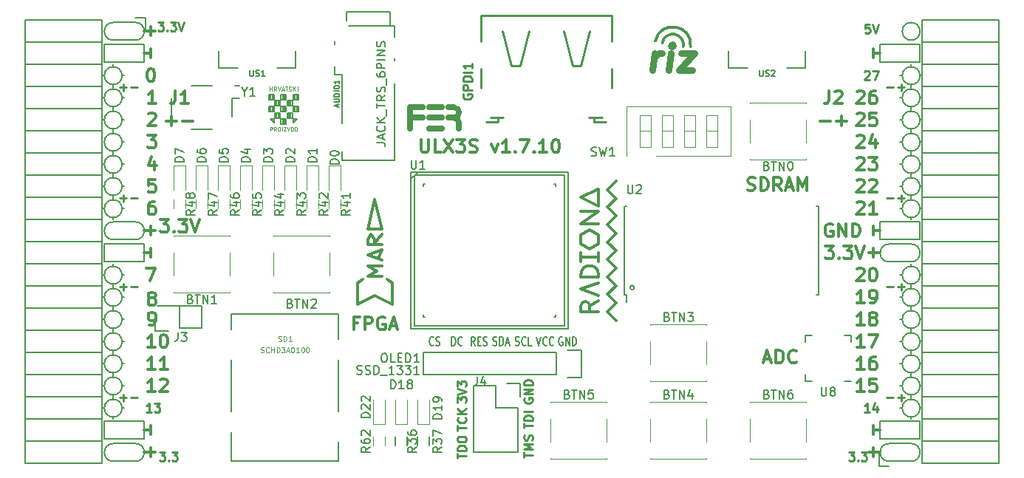
<source format=gto>
G04 #@! TF.FileFunction,Legend,Top*
%FSLAX46Y46*%
G04 Gerber Fmt 4.6, Leading zero omitted, Abs format (unit mm)*
G04 Created by KiCad (PCBNEW 4.0.7+dfsg1-1) date Wed Jan 24 10:32:22 2018*
%MOMM*%
%LPD*%
G01*
G04 APERTURE LIST*
%ADD10C,0.100000*%
%ADD11C,0.300000*%
%ADD12C,0.200000*%
%ADD13C,0.250000*%
%ADD14C,0.150000*%
%ADD15C,0.120000*%
%ADD16C,0.700000*%
%ADD17C,0.254000*%
%ADD18C,0.152400*%
%ADD19C,0.124460*%
%ADD20C,0.075000*%
%ADD21C,0.750000*%
G04 APERTURE END LIST*
D10*
D11*
X182492000Y-87582000D02*
X182492000Y-88598000D01*
X181984000Y-88090000D02*
X183254000Y-88090000D01*
X182492000Y-110442000D02*
X182492000Y-111458000D01*
X183254000Y-110950000D02*
X181984000Y-110950000D01*
X99688000Y-110442000D02*
X99688000Y-111458000D01*
X98926000Y-110950000D02*
X100196000Y-110950000D01*
X99688000Y-62182000D02*
X99688000Y-63198000D01*
X98926000Y-62690000D02*
X100196000Y-62690000D01*
X99688000Y-85042000D02*
X99688000Y-86058000D01*
X98926000Y-85550000D02*
X100196000Y-85550000D01*
D12*
X97910000Y-63706000D02*
G75*
G03X97910000Y-61674000I0J1016000D01*
G01*
X184270000Y-109934000D02*
G75*
G03X184270000Y-111966000I0J-1016000D01*
G01*
X95370000Y-111966000D02*
X97910000Y-111966000D01*
X95370000Y-109934000D02*
X97910000Y-109934000D01*
X97910000Y-111966000D02*
G75*
G03X97910000Y-109934000I0J1016000D01*
G01*
X95370000Y-109934000D02*
G75*
G03X95370000Y-111966000I0J-1016000D01*
G01*
X95370000Y-61674000D02*
X97910000Y-61674000D01*
X95370000Y-63706000D02*
X97910000Y-63706000D01*
X95370000Y-61674000D02*
G75*
G03X95370000Y-63706000I0J-1016000D01*
G01*
X95370000Y-84534000D02*
X97910000Y-84534000D01*
X95370000Y-86566000D02*
X97910000Y-86566000D01*
X95370000Y-84534000D02*
G75*
G03X95370000Y-86566000I0J-1016000D01*
G01*
X97910000Y-86566000D02*
G75*
G03X97910000Y-84534000I0J1016000D01*
G01*
X187826000Y-62690000D02*
G75*
G03X187826000Y-62690000I-1016000J0D01*
G01*
X184270000Y-89106000D02*
X186810000Y-89106000D01*
X184270000Y-87074000D02*
X186810000Y-87074000D01*
X184270000Y-87074000D02*
G75*
G03X184270000Y-89106000I0J-1016000D01*
G01*
X186810000Y-89106000D02*
G75*
G03X186810000Y-87074000I0J1016000D01*
G01*
X186810000Y-111966000D02*
X184270000Y-111966000D01*
X186810000Y-109934000D02*
X184270000Y-109934000D01*
X186810000Y-111966000D02*
G75*
G03X186810000Y-109934000I0J1016000D01*
G01*
X94354000Y-66246000D02*
X94354000Y-64214000D01*
X98926000Y-66246000D02*
X94354000Y-66246000D01*
X98926000Y-64214000D02*
X98926000Y-66246000D01*
X94354000Y-64214000D02*
X98926000Y-64214000D01*
X94354000Y-87074000D02*
X98926000Y-87074000D01*
X94354000Y-89106000D02*
X94354000Y-87074000D01*
X98926000Y-89106000D02*
X94354000Y-89106000D01*
X98926000Y-87074000D02*
X98926000Y-89106000D01*
X94354000Y-109426000D02*
X98926000Y-109426000D01*
X94354000Y-107394000D02*
X94354000Y-109426000D01*
X98926000Y-107394000D02*
X94354000Y-107394000D01*
X98926000Y-109426000D02*
X98926000Y-107394000D01*
X183254000Y-109426000D02*
X187826000Y-109426000D01*
X183254000Y-107394000D02*
X183254000Y-109426000D01*
X187826000Y-107394000D02*
X187826000Y-109426000D01*
X183254000Y-107394000D02*
X187826000Y-107394000D01*
X183254000Y-66246000D02*
X187826000Y-66246000D01*
X183254000Y-64214000D02*
X183254000Y-66246000D01*
X187826000Y-64214000D02*
X183254000Y-64214000D01*
X187826000Y-66246000D02*
X187826000Y-64214000D01*
X183254000Y-84534000D02*
X187826000Y-84534000D01*
X183254000Y-86566000D02*
X183254000Y-84534000D01*
X187826000Y-86566000D02*
X183254000Y-86566000D01*
X187826000Y-84534000D02*
X187826000Y-86566000D01*
D13*
X96148000Y-69111429D02*
X96909905Y-69111429D01*
X96528953Y-69492381D02*
X96528953Y-68730476D01*
X97386095Y-69111429D02*
X98148000Y-69111429D01*
X96148000Y-81811429D02*
X96909905Y-81811429D01*
X96528953Y-82192381D02*
X96528953Y-81430476D01*
X97386095Y-81811429D02*
X98148000Y-81811429D01*
X96148000Y-91971429D02*
X96909905Y-91971429D01*
X96528953Y-92352381D02*
X96528953Y-91590476D01*
X97386095Y-91971429D02*
X98148000Y-91971429D01*
X96148000Y-104671429D02*
X96909905Y-104671429D01*
X96528953Y-105052381D02*
X96528953Y-104290476D01*
X97386095Y-104671429D02*
X98148000Y-104671429D01*
X184032000Y-104671429D02*
X184793905Y-104671429D01*
X185270095Y-104671429D02*
X186032000Y-104671429D01*
X185651048Y-105052381D02*
X185651048Y-104290476D01*
X184032000Y-91971429D02*
X184793905Y-91971429D01*
X185270095Y-91971429D02*
X186032000Y-91971429D01*
X185651048Y-92352381D02*
X185651048Y-91590476D01*
X184032000Y-81811429D02*
X184793905Y-81811429D01*
X185270095Y-81811429D02*
X186032000Y-81811429D01*
X185651048Y-82192381D02*
X185651048Y-81430476D01*
X184032000Y-69111429D02*
X184793905Y-69111429D01*
X185270095Y-69111429D02*
X186032000Y-69111429D01*
X185651048Y-69492381D02*
X185651048Y-68730476D01*
D11*
X176420000Y-72957143D02*
X177562857Y-72957143D01*
X178277143Y-72957143D02*
X179420000Y-72957143D01*
X178848571Y-73528571D02*
X178848571Y-72385714D01*
D12*
X187826000Y-67770000D02*
G75*
G03X187826000Y-67770000I-1016000J0D01*
G01*
X187826000Y-70310000D02*
G75*
G03X187826000Y-70310000I-1016000J0D01*
G01*
X187826000Y-72850000D02*
G75*
G03X187826000Y-72850000I-1016000J0D01*
G01*
X187826000Y-75390000D02*
G75*
G03X187826000Y-75390000I-1016000J0D01*
G01*
X187826000Y-77930000D02*
G75*
G03X187826000Y-77930000I-1016000J0D01*
G01*
X187826000Y-80470000D02*
G75*
G03X187826000Y-80470000I-1016000J0D01*
G01*
X187826000Y-83010000D02*
G75*
G03X187826000Y-83010000I-1016000J0D01*
G01*
X187826000Y-90630000D02*
G75*
G03X187826000Y-90630000I-1016000J0D01*
G01*
X187826000Y-93170000D02*
G75*
G03X187826000Y-93170000I-1016000J0D01*
G01*
X187826000Y-95710000D02*
G75*
G03X187826000Y-95710000I-1016000J0D01*
G01*
X187826000Y-98250000D02*
G75*
G03X187826000Y-98250000I-1016000J0D01*
G01*
X187826000Y-100790000D02*
G75*
G03X187826000Y-100790000I-1016000J0D01*
G01*
X187826000Y-103330000D02*
G75*
G03X187826000Y-103330000I-1016000J0D01*
G01*
X187826000Y-105870000D02*
G75*
G03X187826000Y-105870000I-1016000J0D01*
G01*
X96386000Y-105870000D02*
G75*
G03X96386000Y-105870000I-1016000J0D01*
G01*
X96386000Y-103330000D02*
G75*
G03X96386000Y-103330000I-1016000J0D01*
G01*
X96386000Y-100790000D02*
G75*
G03X96386000Y-100790000I-1016000J0D01*
G01*
X96386000Y-98250000D02*
G75*
G03X96386000Y-98250000I-1016000J0D01*
G01*
X96386000Y-95710000D02*
G75*
G03X96386000Y-95710000I-1016000J0D01*
G01*
X96386000Y-93170000D02*
G75*
G03X96386000Y-93170000I-1016000J0D01*
G01*
X96386000Y-90630000D02*
G75*
G03X96386000Y-90630000I-1016000J0D01*
G01*
X96386000Y-83010000D02*
G75*
G03X96386000Y-83010000I-1016000J0D01*
G01*
X96386000Y-80470000D02*
G75*
G03X96386000Y-80470000I-1016000J0D01*
G01*
X96386000Y-77930000D02*
G75*
G03X96386000Y-77930000I-1016000J0D01*
G01*
X96386000Y-75390000D02*
G75*
G03X96386000Y-75390000I-1016000J0D01*
G01*
X96386000Y-72850000D02*
G75*
G03X96386000Y-72850000I-1016000J0D01*
G01*
X96386000Y-70310000D02*
G75*
G03X96386000Y-70310000I-1016000J0D01*
G01*
X96386000Y-67770000D02*
G75*
G03X96386000Y-67770000I-1016000J0D01*
G01*
D11*
X177793143Y-84800000D02*
X177650286Y-84728571D01*
X177436000Y-84728571D01*
X177221715Y-84800000D01*
X177078857Y-84942857D01*
X177007429Y-85085714D01*
X176936000Y-85371429D01*
X176936000Y-85585714D01*
X177007429Y-85871429D01*
X177078857Y-86014286D01*
X177221715Y-86157143D01*
X177436000Y-86228571D01*
X177578857Y-86228571D01*
X177793143Y-86157143D01*
X177864572Y-86085714D01*
X177864572Y-85585714D01*
X177578857Y-85585714D01*
X178507429Y-86228571D02*
X178507429Y-84728571D01*
X179364572Y-86228571D01*
X179364572Y-84728571D01*
X180078858Y-86228571D02*
X180078858Y-84728571D01*
X180436001Y-84728571D01*
X180650286Y-84800000D01*
X180793144Y-84942857D01*
X180864572Y-85085714D01*
X180936001Y-85371429D01*
X180936001Y-85585714D01*
X180864572Y-85871429D01*
X180793144Y-86014286D01*
X180650286Y-86157143D01*
X180436001Y-86228571D01*
X180078858Y-86228571D01*
X182492000Y-86058000D02*
X182492000Y-85042000D01*
X183254000Y-85550000D02*
X182492000Y-85550000D01*
X182492000Y-107902000D02*
X182492000Y-108918000D01*
X182492000Y-108410000D02*
X183254000Y-108410000D01*
D13*
X182047524Y-106322381D02*
X181476095Y-106322381D01*
X181761809Y-106322381D02*
X181761809Y-105322381D01*
X181666571Y-105465238D01*
X181571333Y-105560476D01*
X181476095Y-105608095D01*
X182904667Y-105655714D02*
X182904667Y-106322381D01*
X182666571Y-105274762D02*
X182428476Y-105989048D01*
X183047524Y-105989048D01*
X181476095Y-67317619D02*
X181523714Y-67270000D01*
X181618952Y-67222381D01*
X181857048Y-67222381D01*
X181952286Y-67270000D01*
X181999905Y-67317619D01*
X182047524Y-67412857D01*
X182047524Y-67508095D01*
X181999905Y-67650952D01*
X181428476Y-68222381D01*
X182047524Y-68222381D01*
X182380857Y-67222381D02*
X183047524Y-67222381D01*
X182618952Y-68222381D01*
D11*
X182492000Y-64722000D02*
X182492000Y-65738000D01*
X182492000Y-65230000D02*
X183254000Y-65230000D01*
X99688000Y-107902000D02*
X99688000Y-108918000D01*
X98926000Y-108410000D02*
X99688000Y-108410000D01*
X99315001Y-74568571D02*
X100243572Y-74568571D01*
X99743572Y-75140000D01*
X99957858Y-75140000D01*
X100100715Y-75211429D01*
X100172144Y-75282857D01*
X100243572Y-75425714D01*
X100243572Y-75782857D01*
X100172144Y-75925714D01*
X100100715Y-75997143D01*
X99957858Y-76068571D01*
X99529286Y-76068571D01*
X99386429Y-75997143D01*
X99315001Y-75925714D01*
X100100715Y-77608571D02*
X100100715Y-78608571D01*
X99743572Y-77037143D02*
X99386429Y-78108571D01*
X100315001Y-78108571D01*
X100172144Y-79648571D02*
X99457858Y-79648571D01*
X99386429Y-80362857D01*
X99457858Y-80291429D01*
X99600715Y-80220000D01*
X99957858Y-80220000D01*
X100100715Y-80291429D01*
X100172144Y-80362857D01*
X100243572Y-80505714D01*
X100243572Y-80862857D01*
X100172144Y-81005714D01*
X100100715Y-81077143D01*
X99957858Y-81148571D01*
X99600715Y-81148571D01*
X99457858Y-81077143D01*
X99386429Y-81005714D01*
D13*
X99751524Y-106322381D02*
X99180095Y-106322381D01*
X99465809Y-106322381D02*
X99465809Y-105322381D01*
X99370571Y-105465238D01*
X99275333Y-105560476D01*
X99180095Y-105608095D01*
X100084857Y-105322381D02*
X100703905Y-105322381D01*
X100370571Y-105703333D01*
X100513429Y-105703333D01*
X100608667Y-105750952D01*
X100656286Y-105798571D01*
X100703905Y-105893810D01*
X100703905Y-106131905D01*
X100656286Y-106227143D01*
X100608667Y-106274762D01*
X100513429Y-106322381D01*
X100227714Y-106322381D01*
X100132476Y-106274762D01*
X100084857Y-106227143D01*
D11*
X99188001Y-89808571D02*
X100188001Y-89808571D01*
X99545144Y-91308571D01*
X99688000Y-87582000D02*
X99688000Y-88598000D01*
X98926000Y-88090000D02*
X99688000Y-88090000D01*
X99688000Y-64722000D02*
X99688000Y-65738000D01*
X98926000Y-65230000D02*
X99688000Y-65230000D01*
D13*
X100497810Y-61634381D02*
X101116858Y-61634381D01*
X100783524Y-62015333D01*
X100926382Y-62015333D01*
X101021620Y-62062952D01*
X101069239Y-62110571D01*
X101116858Y-62205810D01*
X101116858Y-62443905D01*
X101069239Y-62539143D01*
X101021620Y-62586762D01*
X100926382Y-62634381D01*
X100640667Y-62634381D01*
X100545429Y-62586762D01*
X100497810Y-62539143D01*
X101545429Y-62539143D02*
X101593048Y-62586762D01*
X101545429Y-62634381D01*
X101497810Y-62586762D01*
X101545429Y-62539143D01*
X101545429Y-62634381D01*
X101926381Y-61634381D02*
X102545429Y-61634381D01*
X102212095Y-62015333D01*
X102354953Y-62015333D01*
X102450191Y-62062952D01*
X102497810Y-62110571D01*
X102545429Y-62205810D01*
X102545429Y-62443905D01*
X102497810Y-62539143D01*
X102450191Y-62586762D01*
X102354953Y-62634381D01*
X102069238Y-62634381D01*
X101974000Y-62586762D01*
X101926381Y-62539143D01*
X102831143Y-61634381D02*
X103164476Y-62634381D01*
X103497810Y-61634381D01*
X179666381Y-110910381D02*
X180285429Y-110910381D01*
X179952095Y-111291333D01*
X180094953Y-111291333D01*
X180190191Y-111338952D01*
X180237810Y-111386571D01*
X180285429Y-111481810D01*
X180285429Y-111719905D01*
X180237810Y-111815143D01*
X180190191Y-111862762D01*
X180094953Y-111910381D01*
X179809238Y-111910381D01*
X179714000Y-111862762D01*
X179666381Y-111815143D01*
X180714000Y-111815143D02*
X180761619Y-111862762D01*
X180714000Y-111910381D01*
X180666381Y-111862762D01*
X180714000Y-111815143D01*
X180714000Y-111910381D01*
X181094952Y-110910381D02*
X181714000Y-110910381D01*
X181380666Y-111291333D01*
X181523524Y-111291333D01*
X181618762Y-111338952D01*
X181666381Y-111386571D01*
X181714000Y-111481810D01*
X181714000Y-111719905D01*
X181666381Y-111815143D01*
X181618762Y-111862762D01*
X181523524Y-111910381D01*
X181237809Y-111910381D01*
X181142571Y-111862762D01*
X181094952Y-111815143D01*
D11*
X100775715Y-84220571D02*
X101704286Y-84220571D01*
X101204286Y-84792000D01*
X101418572Y-84792000D01*
X101561429Y-84863429D01*
X101632858Y-84934857D01*
X101704286Y-85077714D01*
X101704286Y-85434857D01*
X101632858Y-85577714D01*
X101561429Y-85649143D01*
X101418572Y-85720571D01*
X100990000Y-85720571D01*
X100847143Y-85649143D01*
X100775715Y-85577714D01*
X102347143Y-85577714D02*
X102418571Y-85649143D01*
X102347143Y-85720571D01*
X102275714Y-85649143D01*
X102347143Y-85577714D01*
X102347143Y-85720571D01*
X102918572Y-84220571D02*
X103847143Y-84220571D01*
X103347143Y-84792000D01*
X103561429Y-84792000D01*
X103704286Y-84863429D01*
X103775715Y-84934857D01*
X103847143Y-85077714D01*
X103847143Y-85434857D01*
X103775715Y-85577714D01*
X103704286Y-85649143D01*
X103561429Y-85720571D01*
X103132857Y-85720571D01*
X102990000Y-85649143D01*
X102918572Y-85577714D01*
X104275714Y-84220571D02*
X104775714Y-85720571D01*
X105275714Y-84220571D01*
D13*
X100672381Y-110910381D02*
X101291429Y-110910381D01*
X100958095Y-111291333D01*
X101100953Y-111291333D01*
X101196191Y-111338952D01*
X101243810Y-111386571D01*
X101291429Y-111481810D01*
X101291429Y-111719905D01*
X101243810Y-111815143D01*
X101196191Y-111862762D01*
X101100953Y-111910381D01*
X100815238Y-111910381D01*
X100720000Y-111862762D01*
X100672381Y-111815143D01*
X101720000Y-111815143D02*
X101767619Y-111862762D01*
X101720000Y-111910381D01*
X101672381Y-111862762D01*
X101720000Y-111815143D01*
X101720000Y-111910381D01*
X102100952Y-110910381D02*
X102720000Y-110910381D01*
X102386666Y-111291333D01*
X102529524Y-111291333D01*
X102624762Y-111338952D01*
X102672381Y-111386571D01*
X102720000Y-111481810D01*
X102720000Y-111719905D01*
X102672381Y-111815143D01*
X102624762Y-111862762D01*
X102529524Y-111910381D01*
X102243809Y-111910381D01*
X102148571Y-111862762D01*
X102100952Y-111815143D01*
X182047524Y-61888381D02*
X181571333Y-61888381D01*
X181523714Y-62364571D01*
X181571333Y-62316952D01*
X181666571Y-62269333D01*
X181904667Y-62269333D01*
X181999905Y-62316952D01*
X182047524Y-62364571D01*
X182095143Y-62459810D01*
X182095143Y-62697905D01*
X182047524Y-62793143D01*
X181999905Y-62840762D01*
X181904667Y-62888381D01*
X181666571Y-62888381D01*
X181571333Y-62840762D01*
X181523714Y-62793143D01*
X182380857Y-61888381D02*
X182714190Y-62888381D01*
X183047524Y-61888381D01*
D11*
X180587143Y-69631429D02*
X180658572Y-69560000D01*
X180801429Y-69488571D01*
X181158572Y-69488571D01*
X181301429Y-69560000D01*
X181372858Y-69631429D01*
X181444286Y-69774286D01*
X181444286Y-69917143D01*
X181372858Y-70131429D01*
X180515715Y-70988571D01*
X181444286Y-70988571D01*
X182730000Y-69488571D02*
X182444286Y-69488571D01*
X182301429Y-69560000D01*
X182230000Y-69631429D01*
X182087143Y-69845714D01*
X182015714Y-70131429D01*
X182015714Y-70702857D01*
X182087143Y-70845714D01*
X182158571Y-70917143D01*
X182301429Y-70988571D01*
X182587143Y-70988571D01*
X182730000Y-70917143D01*
X182801429Y-70845714D01*
X182872857Y-70702857D01*
X182872857Y-70345714D01*
X182801429Y-70202857D01*
X182730000Y-70131429D01*
X182587143Y-70060000D01*
X182301429Y-70060000D01*
X182158571Y-70131429D01*
X182087143Y-70202857D01*
X182015714Y-70345714D01*
X180587143Y-72171429D02*
X180658572Y-72100000D01*
X180801429Y-72028571D01*
X181158572Y-72028571D01*
X181301429Y-72100000D01*
X181372858Y-72171429D01*
X181444286Y-72314286D01*
X181444286Y-72457143D01*
X181372858Y-72671429D01*
X180515715Y-73528571D01*
X181444286Y-73528571D01*
X182801429Y-72028571D02*
X182087143Y-72028571D01*
X182015714Y-72742857D01*
X182087143Y-72671429D01*
X182230000Y-72600000D01*
X182587143Y-72600000D01*
X182730000Y-72671429D01*
X182801429Y-72742857D01*
X182872857Y-72885714D01*
X182872857Y-73242857D01*
X182801429Y-73385714D01*
X182730000Y-73457143D01*
X182587143Y-73528571D01*
X182230000Y-73528571D01*
X182087143Y-73457143D01*
X182015714Y-73385714D01*
X180587143Y-74711429D02*
X180658572Y-74640000D01*
X180801429Y-74568571D01*
X181158572Y-74568571D01*
X181301429Y-74640000D01*
X181372858Y-74711429D01*
X181444286Y-74854286D01*
X181444286Y-74997143D01*
X181372858Y-75211429D01*
X180515715Y-76068571D01*
X181444286Y-76068571D01*
X182730000Y-75068571D02*
X182730000Y-76068571D01*
X182372857Y-74497143D02*
X182015714Y-75568571D01*
X182944286Y-75568571D01*
X180587143Y-77251429D02*
X180658572Y-77180000D01*
X180801429Y-77108571D01*
X181158572Y-77108571D01*
X181301429Y-77180000D01*
X181372858Y-77251429D01*
X181444286Y-77394286D01*
X181444286Y-77537143D01*
X181372858Y-77751429D01*
X180515715Y-78608571D01*
X181444286Y-78608571D01*
X181944286Y-77108571D02*
X182872857Y-77108571D01*
X182372857Y-77680000D01*
X182587143Y-77680000D01*
X182730000Y-77751429D01*
X182801429Y-77822857D01*
X182872857Y-77965714D01*
X182872857Y-78322857D01*
X182801429Y-78465714D01*
X182730000Y-78537143D01*
X182587143Y-78608571D01*
X182158571Y-78608571D01*
X182015714Y-78537143D01*
X181944286Y-78465714D01*
X180587143Y-79791429D02*
X180658572Y-79720000D01*
X180801429Y-79648571D01*
X181158572Y-79648571D01*
X181301429Y-79720000D01*
X181372858Y-79791429D01*
X181444286Y-79934286D01*
X181444286Y-80077143D01*
X181372858Y-80291429D01*
X180515715Y-81148571D01*
X181444286Y-81148571D01*
X182015714Y-79791429D02*
X182087143Y-79720000D01*
X182230000Y-79648571D01*
X182587143Y-79648571D01*
X182730000Y-79720000D01*
X182801429Y-79791429D01*
X182872857Y-79934286D01*
X182872857Y-80077143D01*
X182801429Y-80291429D01*
X181944286Y-81148571D01*
X182872857Y-81148571D01*
X180587143Y-82331429D02*
X180658572Y-82260000D01*
X180801429Y-82188571D01*
X181158572Y-82188571D01*
X181301429Y-82260000D01*
X181372858Y-82331429D01*
X181444286Y-82474286D01*
X181444286Y-82617143D01*
X181372858Y-82831429D01*
X180515715Y-83688571D01*
X181444286Y-83688571D01*
X182872857Y-83688571D02*
X182015714Y-83688571D01*
X182444286Y-83688571D02*
X182444286Y-82188571D01*
X182301429Y-82402857D01*
X182158571Y-82545714D01*
X182015714Y-82617143D01*
X176975715Y-87268571D02*
X177904286Y-87268571D01*
X177404286Y-87840000D01*
X177618572Y-87840000D01*
X177761429Y-87911429D01*
X177832858Y-87982857D01*
X177904286Y-88125714D01*
X177904286Y-88482857D01*
X177832858Y-88625714D01*
X177761429Y-88697143D01*
X177618572Y-88768571D01*
X177190000Y-88768571D01*
X177047143Y-88697143D01*
X176975715Y-88625714D01*
X178547143Y-88625714D02*
X178618571Y-88697143D01*
X178547143Y-88768571D01*
X178475714Y-88697143D01*
X178547143Y-88625714D01*
X178547143Y-88768571D01*
X179118572Y-87268571D02*
X180047143Y-87268571D01*
X179547143Y-87840000D01*
X179761429Y-87840000D01*
X179904286Y-87911429D01*
X179975715Y-87982857D01*
X180047143Y-88125714D01*
X180047143Y-88482857D01*
X179975715Y-88625714D01*
X179904286Y-88697143D01*
X179761429Y-88768571D01*
X179332857Y-88768571D01*
X179190000Y-88697143D01*
X179118572Y-88625714D01*
X180475714Y-87268571D02*
X180975714Y-88768571D01*
X181475714Y-87268571D01*
X180587143Y-89951429D02*
X180658572Y-89880000D01*
X180801429Y-89808571D01*
X181158572Y-89808571D01*
X181301429Y-89880000D01*
X181372858Y-89951429D01*
X181444286Y-90094286D01*
X181444286Y-90237143D01*
X181372858Y-90451429D01*
X180515715Y-91308571D01*
X181444286Y-91308571D01*
X182372857Y-89808571D02*
X182515714Y-89808571D01*
X182658571Y-89880000D01*
X182730000Y-89951429D01*
X182801429Y-90094286D01*
X182872857Y-90380000D01*
X182872857Y-90737143D01*
X182801429Y-91022857D01*
X182730000Y-91165714D01*
X182658571Y-91237143D01*
X182515714Y-91308571D01*
X182372857Y-91308571D01*
X182230000Y-91237143D01*
X182158571Y-91165714D01*
X182087143Y-91022857D01*
X182015714Y-90737143D01*
X182015714Y-90380000D01*
X182087143Y-90094286D01*
X182158571Y-89951429D01*
X182230000Y-89880000D01*
X182372857Y-89808571D01*
X181444286Y-93848571D02*
X180587143Y-93848571D01*
X181015715Y-93848571D02*
X181015715Y-92348571D01*
X180872858Y-92562857D01*
X180730000Y-92705714D01*
X180587143Y-92777143D01*
X182158571Y-93848571D02*
X182444286Y-93848571D01*
X182587143Y-93777143D01*
X182658571Y-93705714D01*
X182801429Y-93491429D01*
X182872857Y-93205714D01*
X182872857Y-92634286D01*
X182801429Y-92491429D01*
X182730000Y-92420000D01*
X182587143Y-92348571D01*
X182301429Y-92348571D01*
X182158571Y-92420000D01*
X182087143Y-92491429D01*
X182015714Y-92634286D01*
X182015714Y-92991429D01*
X182087143Y-93134286D01*
X182158571Y-93205714D01*
X182301429Y-93277143D01*
X182587143Y-93277143D01*
X182730000Y-93205714D01*
X182801429Y-93134286D01*
X182872857Y-92991429D01*
X181444286Y-96388571D02*
X180587143Y-96388571D01*
X181015715Y-96388571D02*
X181015715Y-94888571D01*
X180872858Y-95102857D01*
X180730000Y-95245714D01*
X180587143Y-95317143D01*
X182301429Y-95531429D02*
X182158571Y-95460000D01*
X182087143Y-95388571D01*
X182015714Y-95245714D01*
X182015714Y-95174286D01*
X182087143Y-95031429D01*
X182158571Y-94960000D01*
X182301429Y-94888571D01*
X182587143Y-94888571D01*
X182730000Y-94960000D01*
X182801429Y-95031429D01*
X182872857Y-95174286D01*
X182872857Y-95245714D01*
X182801429Y-95388571D01*
X182730000Y-95460000D01*
X182587143Y-95531429D01*
X182301429Y-95531429D01*
X182158571Y-95602857D01*
X182087143Y-95674286D01*
X182015714Y-95817143D01*
X182015714Y-96102857D01*
X182087143Y-96245714D01*
X182158571Y-96317143D01*
X182301429Y-96388571D01*
X182587143Y-96388571D01*
X182730000Y-96317143D01*
X182801429Y-96245714D01*
X182872857Y-96102857D01*
X182872857Y-95817143D01*
X182801429Y-95674286D01*
X182730000Y-95602857D01*
X182587143Y-95531429D01*
X181444286Y-98928571D02*
X180587143Y-98928571D01*
X181015715Y-98928571D02*
X181015715Y-97428571D01*
X180872858Y-97642857D01*
X180730000Y-97785714D01*
X180587143Y-97857143D01*
X181944286Y-97428571D02*
X182944286Y-97428571D01*
X182301429Y-98928571D01*
X181444286Y-101468571D02*
X180587143Y-101468571D01*
X181015715Y-101468571D02*
X181015715Y-99968571D01*
X180872858Y-100182857D01*
X180730000Y-100325714D01*
X180587143Y-100397143D01*
X182730000Y-99968571D02*
X182444286Y-99968571D01*
X182301429Y-100040000D01*
X182230000Y-100111429D01*
X182087143Y-100325714D01*
X182015714Y-100611429D01*
X182015714Y-101182857D01*
X182087143Y-101325714D01*
X182158571Y-101397143D01*
X182301429Y-101468571D01*
X182587143Y-101468571D01*
X182730000Y-101397143D01*
X182801429Y-101325714D01*
X182872857Y-101182857D01*
X182872857Y-100825714D01*
X182801429Y-100682857D01*
X182730000Y-100611429D01*
X182587143Y-100540000D01*
X182301429Y-100540000D01*
X182158571Y-100611429D01*
X182087143Y-100682857D01*
X182015714Y-100825714D01*
X181444286Y-104008571D02*
X180587143Y-104008571D01*
X181015715Y-104008571D02*
X181015715Y-102508571D01*
X180872858Y-102722857D01*
X180730000Y-102865714D01*
X180587143Y-102937143D01*
X182801429Y-102508571D02*
X182087143Y-102508571D01*
X182015714Y-103222857D01*
X182087143Y-103151429D01*
X182230000Y-103080000D01*
X182587143Y-103080000D01*
X182730000Y-103151429D01*
X182801429Y-103222857D01*
X182872857Y-103365714D01*
X182872857Y-103722857D01*
X182801429Y-103865714D01*
X182730000Y-103937143D01*
X182587143Y-104008571D01*
X182230000Y-104008571D01*
X182087143Y-103937143D01*
X182015714Y-103865714D01*
D12*
X186810000Y-66500000D02*
X186810000Y-66754000D01*
X187826000Y-67770000D02*
X188080000Y-67770000D01*
X185540000Y-67770000D02*
X185794000Y-67770000D01*
X186810000Y-69294000D02*
X186810000Y-68786000D01*
X187826000Y-70310000D02*
X188080000Y-70310000D01*
X185540000Y-70310000D02*
X185794000Y-70310000D01*
X186810000Y-71326000D02*
X186810000Y-71834000D01*
X187826000Y-72850000D02*
X188080000Y-72850000D01*
X185540000Y-72850000D02*
X185794000Y-72850000D01*
X186810000Y-73866000D02*
X186810000Y-74374000D01*
X187826000Y-75390000D02*
X188080000Y-75390000D01*
X185540000Y-75390000D02*
X185794000Y-75390000D01*
X186810000Y-76406000D02*
X186810000Y-76914000D01*
X187826000Y-77930000D02*
X188080000Y-77930000D01*
X185540000Y-77930000D02*
X185794000Y-77930000D01*
X186810000Y-79454000D02*
X186810000Y-78946000D01*
X187826000Y-80470000D02*
X188080000Y-80470000D01*
X185540000Y-80470000D02*
X185794000Y-80470000D01*
X186810000Y-81994000D02*
X186810000Y-81486000D01*
X187826000Y-83010000D02*
X188080000Y-83010000D01*
X185540000Y-83010000D02*
X185794000Y-83010000D01*
X186810000Y-84026000D02*
X186810000Y-84280000D01*
X186810000Y-89360000D02*
X186810000Y-89614000D01*
X187826000Y-90630000D02*
X188080000Y-90630000D01*
X185540000Y-90630000D02*
X185794000Y-90630000D01*
X186810000Y-91646000D02*
X186810000Y-92154000D01*
X187826000Y-93170000D02*
X188080000Y-93170000D01*
X185540000Y-93170000D02*
X185794000Y-93170000D01*
X186810000Y-94186000D02*
X186810000Y-94694000D01*
X187826000Y-95710000D02*
X188080000Y-95710000D01*
X185540000Y-95710000D02*
X185794000Y-95710000D01*
X186810000Y-97234000D02*
X186810000Y-96726000D01*
X187826000Y-98250000D02*
X188080000Y-98250000D01*
X185540000Y-98250000D02*
X185794000Y-98250000D01*
X187826000Y-100790000D02*
X188080000Y-100790000D01*
X185540000Y-100790000D02*
X185794000Y-100790000D01*
X186810000Y-99266000D02*
X186810000Y-99774000D01*
X186810000Y-102314000D02*
X186810000Y-101806000D01*
X187826000Y-103330000D02*
X188080000Y-103330000D01*
X185540000Y-103330000D02*
X185794000Y-103330000D01*
X186810000Y-104346000D02*
X186810000Y-104854000D01*
X185540000Y-105870000D02*
X185794000Y-105870000D01*
X187826000Y-105870000D02*
X188080000Y-105870000D01*
X186810000Y-106886000D02*
X186810000Y-107140000D01*
X95370000Y-66754000D02*
X95370000Y-66500000D01*
X96386000Y-67770000D02*
X96640000Y-67770000D01*
X94100000Y-67770000D02*
X94354000Y-67770000D01*
X95370000Y-68786000D02*
X95370000Y-69294000D01*
X96386000Y-70310000D02*
X96640000Y-70310000D01*
X94100000Y-70310000D02*
X94354000Y-70310000D01*
X95370000Y-71326000D02*
X95370000Y-71834000D01*
X96386000Y-72850000D02*
X96640000Y-72850000D01*
X94100000Y-72850000D02*
X94354000Y-72850000D01*
X95370000Y-73866000D02*
X95370000Y-74374000D01*
X96386000Y-75390000D02*
X96640000Y-75390000D01*
X95370000Y-76406000D02*
X95370000Y-76914000D01*
X96386000Y-77930000D02*
X96640000Y-77930000D01*
X94100000Y-77930000D02*
X94354000Y-77930000D01*
X95370000Y-79454000D02*
X95370000Y-78946000D01*
X96386000Y-80470000D02*
X96640000Y-80470000D01*
X94100000Y-80470000D02*
X94354000Y-80470000D01*
X95370000Y-81486000D02*
X95370000Y-81994000D01*
X96386000Y-83010000D02*
X96640000Y-83010000D01*
X95370000Y-84026000D02*
X95370000Y-84280000D01*
X94100000Y-83010000D02*
X94354000Y-83010000D01*
X95370000Y-106886000D02*
X95370000Y-107140000D01*
X95370000Y-89360000D02*
X95370000Y-89614000D01*
X96386000Y-93170000D02*
X96640000Y-93170000D01*
X94100000Y-93170000D02*
X94354000Y-93170000D01*
X95370000Y-94186000D02*
X95370000Y-94694000D01*
X94100000Y-90630000D02*
X94354000Y-90630000D01*
X96386000Y-90630000D02*
X96640000Y-90630000D01*
X95370000Y-92154000D02*
X95370000Y-91646000D01*
X96386000Y-95710000D02*
X96640000Y-95710000D01*
X94100000Y-95710000D02*
X94354000Y-95710000D01*
X96386000Y-98250000D02*
X96640000Y-98250000D01*
X94354000Y-98250000D02*
X94100000Y-98250000D01*
X95370000Y-96726000D02*
X95370000Y-97234000D01*
X95370000Y-99266000D02*
X95370000Y-99774000D01*
X94100000Y-100790000D02*
X94354000Y-100790000D01*
X96386000Y-100790000D02*
X96640000Y-100790000D01*
X94100000Y-103330000D02*
X94354000Y-103330000D01*
X96386000Y-103330000D02*
X96640000Y-103330000D01*
X95370000Y-101806000D02*
X95370000Y-102314000D01*
X95370000Y-104346000D02*
X95370000Y-104854000D01*
X96386000Y-105870000D02*
X96640000Y-105870000D01*
X94100000Y-105870000D02*
X94354000Y-105870000D01*
D11*
X101490000Y-72957143D02*
X102632857Y-72957143D01*
X102061428Y-73528571D02*
X102061428Y-72385714D01*
X103347143Y-72957143D02*
X104490000Y-72957143D01*
X100164286Y-104008571D02*
X99307143Y-104008571D01*
X99735715Y-104008571D02*
X99735715Y-102508571D01*
X99592858Y-102722857D01*
X99450000Y-102865714D01*
X99307143Y-102937143D01*
X100735714Y-102651429D02*
X100807143Y-102580000D01*
X100950000Y-102508571D01*
X101307143Y-102508571D01*
X101450000Y-102580000D01*
X101521429Y-102651429D01*
X101592857Y-102794286D01*
X101592857Y-102937143D01*
X101521429Y-103151429D01*
X100664286Y-104008571D01*
X101592857Y-104008571D01*
X100164286Y-101468571D02*
X99307143Y-101468571D01*
X99735715Y-101468571D02*
X99735715Y-99968571D01*
X99592858Y-100182857D01*
X99450000Y-100325714D01*
X99307143Y-100397143D01*
X101592857Y-101468571D02*
X100735714Y-101468571D01*
X101164286Y-101468571D02*
X101164286Y-99968571D01*
X101021429Y-100182857D01*
X100878571Y-100325714D01*
X100735714Y-100397143D01*
X100164286Y-98928571D02*
X99307143Y-98928571D01*
X99735715Y-98928571D02*
X99735715Y-97428571D01*
X99592858Y-97642857D01*
X99450000Y-97785714D01*
X99307143Y-97857143D01*
X101092857Y-97428571D02*
X101235714Y-97428571D01*
X101378571Y-97500000D01*
X101450000Y-97571429D01*
X101521429Y-97714286D01*
X101592857Y-98000000D01*
X101592857Y-98357143D01*
X101521429Y-98642857D01*
X101450000Y-98785714D01*
X101378571Y-98857143D01*
X101235714Y-98928571D01*
X101092857Y-98928571D01*
X100950000Y-98857143D01*
X100878571Y-98785714D01*
X100807143Y-98642857D01*
X100735714Y-98357143D01*
X100735714Y-98000000D01*
X100807143Y-97714286D01*
X100878571Y-97571429D01*
X100950000Y-97500000D01*
X101092857Y-97428571D01*
X99529286Y-96388571D02*
X99815001Y-96388571D01*
X99957858Y-96317143D01*
X100029286Y-96245714D01*
X100172144Y-96031429D01*
X100243572Y-95745714D01*
X100243572Y-95174286D01*
X100172144Y-95031429D01*
X100100715Y-94960000D01*
X99957858Y-94888571D01*
X99672144Y-94888571D01*
X99529286Y-94960000D01*
X99457858Y-95031429D01*
X99386429Y-95174286D01*
X99386429Y-95531429D01*
X99457858Y-95674286D01*
X99529286Y-95745714D01*
X99672144Y-95817143D01*
X99957858Y-95817143D01*
X100100715Y-95745714D01*
X100172144Y-95674286D01*
X100243572Y-95531429D01*
X99672144Y-93245429D02*
X99529286Y-93174000D01*
X99457858Y-93102571D01*
X99386429Y-92959714D01*
X99386429Y-92888286D01*
X99457858Y-92745429D01*
X99529286Y-92674000D01*
X99672144Y-92602571D01*
X99957858Y-92602571D01*
X100100715Y-92674000D01*
X100172144Y-92745429D01*
X100243572Y-92888286D01*
X100243572Y-92959714D01*
X100172144Y-93102571D01*
X100100715Y-93174000D01*
X99957858Y-93245429D01*
X99672144Y-93245429D01*
X99529286Y-93316857D01*
X99457858Y-93388286D01*
X99386429Y-93531143D01*
X99386429Y-93816857D01*
X99457858Y-93959714D01*
X99529286Y-94031143D01*
X99672144Y-94102571D01*
X99957858Y-94102571D01*
X100100715Y-94031143D01*
X100172144Y-93959714D01*
X100243572Y-93816857D01*
X100243572Y-93531143D01*
X100172144Y-93388286D01*
X100100715Y-93316857D01*
X99957858Y-93245429D01*
X100100715Y-82188571D02*
X99815001Y-82188571D01*
X99672144Y-82260000D01*
X99600715Y-82331429D01*
X99457858Y-82545714D01*
X99386429Y-82831429D01*
X99386429Y-83402857D01*
X99457858Y-83545714D01*
X99529286Y-83617143D01*
X99672144Y-83688571D01*
X99957858Y-83688571D01*
X100100715Y-83617143D01*
X100172144Y-83545714D01*
X100243572Y-83402857D01*
X100243572Y-83045714D01*
X100172144Y-82902857D01*
X100100715Y-82831429D01*
X99957858Y-82760000D01*
X99672144Y-82760000D01*
X99529286Y-82831429D01*
X99457858Y-82902857D01*
X99386429Y-83045714D01*
X99386429Y-72171429D02*
X99457858Y-72100000D01*
X99600715Y-72028571D01*
X99957858Y-72028571D01*
X100100715Y-72100000D01*
X100172144Y-72171429D01*
X100243572Y-72314286D01*
X100243572Y-72457143D01*
X100172144Y-72671429D01*
X99315001Y-73528571D01*
X100243572Y-73528571D01*
X100243572Y-70988571D02*
X99386429Y-70988571D01*
X99815001Y-70988571D02*
X99815001Y-69488571D01*
X99672144Y-69702857D01*
X99529286Y-69845714D01*
X99386429Y-69917143D01*
X99616572Y-66948571D02*
X99759429Y-66948571D01*
X99902286Y-67020000D01*
X99973715Y-67091429D01*
X100045144Y-67234286D01*
X100116572Y-67520000D01*
X100116572Y-67877143D01*
X100045144Y-68162857D01*
X99973715Y-68305714D01*
X99902286Y-68377143D01*
X99759429Y-68448571D01*
X99616572Y-68448571D01*
X99473715Y-68377143D01*
X99402286Y-68305714D01*
X99330858Y-68162857D01*
X99259429Y-67877143D01*
X99259429Y-67520000D01*
X99330858Y-67234286D01*
X99402286Y-67091429D01*
X99473715Y-67020000D01*
X99616572Y-66948571D01*
X130657144Y-75076571D02*
X130657144Y-76290857D01*
X130728572Y-76433714D01*
X130800001Y-76505143D01*
X130942858Y-76576571D01*
X131228572Y-76576571D01*
X131371430Y-76505143D01*
X131442858Y-76433714D01*
X131514287Y-76290857D01*
X131514287Y-75076571D01*
X132942859Y-76576571D02*
X132228573Y-76576571D01*
X132228573Y-75076571D01*
X133300002Y-75076571D02*
X134300002Y-76576571D01*
X134300002Y-75076571D02*
X133300002Y-76576571D01*
X134728573Y-75076571D02*
X135657144Y-75076571D01*
X135157144Y-75648000D01*
X135371430Y-75648000D01*
X135514287Y-75719429D01*
X135585716Y-75790857D01*
X135657144Y-75933714D01*
X135657144Y-76290857D01*
X135585716Y-76433714D01*
X135514287Y-76505143D01*
X135371430Y-76576571D01*
X134942858Y-76576571D01*
X134800001Y-76505143D01*
X134728573Y-76433714D01*
X136228572Y-76505143D02*
X136442858Y-76576571D01*
X136800001Y-76576571D01*
X136942858Y-76505143D01*
X137014287Y-76433714D01*
X137085715Y-76290857D01*
X137085715Y-76148000D01*
X137014287Y-76005143D01*
X136942858Y-75933714D01*
X136800001Y-75862286D01*
X136514287Y-75790857D01*
X136371429Y-75719429D01*
X136300001Y-75648000D01*
X136228572Y-75505143D01*
X136228572Y-75362286D01*
X136300001Y-75219429D01*
X136371429Y-75148000D01*
X136514287Y-75076571D01*
X136871429Y-75076571D01*
X137085715Y-75148000D01*
X138728572Y-75576571D02*
X139085715Y-76576571D01*
X139442857Y-75576571D01*
X140800000Y-76576571D02*
X139942857Y-76576571D01*
X140371429Y-76576571D02*
X140371429Y-75076571D01*
X140228572Y-75290857D01*
X140085714Y-75433714D01*
X139942857Y-75505143D01*
X141442857Y-76433714D02*
X141514285Y-76505143D01*
X141442857Y-76576571D01*
X141371428Y-76505143D01*
X141442857Y-76433714D01*
X141442857Y-76576571D01*
X142014286Y-75076571D02*
X143014286Y-75076571D01*
X142371429Y-76576571D01*
X143585714Y-76433714D02*
X143657142Y-76505143D01*
X143585714Y-76576571D01*
X143514285Y-76505143D01*
X143585714Y-76433714D01*
X143585714Y-76576571D01*
X145085714Y-76576571D02*
X144228571Y-76576571D01*
X144657143Y-76576571D02*
X144657143Y-75076571D01*
X144514286Y-75290857D01*
X144371428Y-75433714D01*
X144228571Y-75505143D01*
X146014285Y-75076571D02*
X146157142Y-75076571D01*
X146299999Y-75148000D01*
X146371428Y-75219429D01*
X146442857Y-75362286D01*
X146514285Y-75648000D01*
X146514285Y-76005143D01*
X146442857Y-76290857D01*
X146371428Y-76433714D01*
X146299999Y-76505143D01*
X146157142Y-76576571D01*
X146014285Y-76576571D01*
X145871428Y-76505143D01*
X145799999Y-76433714D01*
X145728571Y-76290857D01*
X145657142Y-76005143D01*
X145657142Y-75648000D01*
X145728571Y-75362286D01*
X145799999Y-75219429D01*
X145871428Y-75148000D01*
X146014285Y-75076571D01*
X123413429Y-96110857D02*
X122913429Y-96110857D01*
X122913429Y-96896571D02*
X122913429Y-95396571D01*
X123627715Y-95396571D01*
X124199143Y-96896571D02*
X124199143Y-95396571D01*
X124770571Y-95396571D01*
X124913429Y-95468000D01*
X124984857Y-95539429D01*
X125056286Y-95682286D01*
X125056286Y-95896571D01*
X124984857Y-96039429D01*
X124913429Y-96110857D01*
X124770571Y-96182286D01*
X124199143Y-96182286D01*
X126484857Y-95468000D02*
X126342000Y-95396571D01*
X126127714Y-95396571D01*
X125913429Y-95468000D01*
X125770571Y-95610857D01*
X125699143Y-95753714D01*
X125627714Y-96039429D01*
X125627714Y-96253714D01*
X125699143Y-96539429D01*
X125770571Y-96682286D01*
X125913429Y-96825143D01*
X126127714Y-96896571D01*
X126270571Y-96896571D01*
X126484857Y-96825143D01*
X126556286Y-96753714D01*
X126556286Y-96253714D01*
X126270571Y-96253714D01*
X127127714Y-96468000D02*
X127842000Y-96468000D01*
X126984857Y-96896571D02*
X127484857Y-95396571D01*
X127984857Y-96896571D01*
X168077929Y-80886643D02*
X168292215Y-80958071D01*
X168649358Y-80958071D01*
X168792215Y-80886643D01*
X168863644Y-80815214D01*
X168935072Y-80672357D01*
X168935072Y-80529500D01*
X168863644Y-80386643D01*
X168792215Y-80315214D01*
X168649358Y-80243786D01*
X168363644Y-80172357D01*
X168220786Y-80100929D01*
X168149358Y-80029500D01*
X168077929Y-79886643D01*
X168077929Y-79743786D01*
X168149358Y-79600929D01*
X168220786Y-79529500D01*
X168363644Y-79458071D01*
X168720786Y-79458071D01*
X168935072Y-79529500D01*
X169577929Y-80958071D02*
X169577929Y-79458071D01*
X169935072Y-79458071D01*
X170149357Y-79529500D01*
X170292215Y-79672357D01*
X170363643Y-79815214D01*
X170435072Y-80100929D01*
X170435072Y-80315214D01*
X170363643Y-80600929D01*
X170292215Y-80743786D01*
X170149357Y-80886643D01*
X169935072Y-80958071D01*
X169577929Y-80958071D01*
X171935072Y-80958071D02*
X171435072Y-80243786D01*
X171077929Y-80958071D02*
X171077929Y-79458071D01*
X171649357Y-79458071D01*
X171792215Y-79529500D01*
X171863643Y-79600929D01*
X171935072Y-79743786D01*
X171935072Y-79958071D01*
X171863643Y-80100929D01*
X171792215Y-80172357D01*
X171649357Y-80243786D01*
X171077929Y-80243786D01*
X172506500Y-80529500D02*
X173220786Y-80529500D01*
X172363643Y-80958071D02*
X172863643Y-79458071D01*
X173363643Y-80958071D01*
X173863643Y-80958071D02*
X173863643Y-79458071D01*
X174363643Y-80529500D01*
X174863643Y-79458071D01*
X174863643Y-80958071D01*
X169966857Y-100278000D02*
X170681143Y-100278000D01*
X169824000Y-100706571D02*
X170324000Y-99206571D01*
X170824000Y-100706571D01*
X171324000Y-100706571D02*
X171324000Y-99206571D01*
X171681143Y-99206571D01*
X171895428Y-99278000D01*
X172038286Y-99420857D01*
X172109714Y-99563714D01*
X172181143Y-99849429D01*
X172181143Y-100063714D01*
X172109714Y-100349429D01*
X172038286Y-100492286D01*
X171895428Y-100635143D01*
X171681143Y-100706571D01*
X171324000Y-100706571D01*
X173681143Y-100563714D02*
X173609714Y-100635143D01*
X173395428Y-100706571D01*
X173252571Y-100706571D01*
X173038286Y-100635143D01*
X172895428Y-100492286D01*
X172824000Y-100349429D01*
X172752571Y-100063714D01*
X172752571Y-99849429D01*
X172824000Y-99563714D01*
X172895428Y-99420857D01*
X173038286Y-99278000D01*
X173252571Y-99206571D01*
X173395428Y-99206571D01*
X173609714Y-99278000D01*
X173681143Y-99349429D01*
D13*
X142447381Y-111521333D02*
X142447381Y-110949904D01*
X143447381Y-111235619D02*
X142447381Y-111235619D01*
X143447381Y-110616571D02*
X142447381Y-110616571D01*
X143161667Y-110283237D01*
X142447381Y-109949904D01*
X143447381Y-109949904D01*
X143399762Y-109521333D02*
X143447381Y-109378476D01*
X143447381Y-109140380D01*
X143399762Y-109045142D01*
X143352143Y-108997523D01*
X143256905Y-108949904D01*
X143161667Y-108949904D01*
X143066429Y-108997523D01*
X143018810Y-109045142D01*
X142971190Y-109140380D01*
X142923571Y-109330857D01*
X142875952Y-109426095D01*
X142828333Y-109473714D01*
X142733095Y-109521333D01*
X142637857Y-109521333D01*
X142542619Y-109473714D01*
X142495000Y-109426095D01*
X142447381Y-109330857D01*
X142447381Y-109092761D01*
X142495000Y-108949904D01*
X142447381Y-108163809D02*
X142447381Y-107592380D01*
X143447381Y-107878095D02*
X142447381Y-107878095D01*
X143447381Y-107259047D02*
X142447381Y-107259047D01*
X142447381Y-107020952D01*
X142495000Y-106878094D01*
X142590238Y-106782856D01*
X142685476Y-106735237D01*
X142875952Y-106687618D01*
X143018810Y-106687618D01*
X143209286Y-106735237D01*
X143304524Y-106782856D01*
X143399762Y-106878094D01*
X143447381Y-107020952D01*
X143447381Y-107259047D01*
X143447381Y-106259047D02*
X142447381Y-106259047D01*
X142495000Y-104726904D02*
X142447381Y-104822142D01*
X142447381Y-104964999D01*
X142495000Y-105107857D01*
X142590238Y-105203095D01*
X142685476Y-105250714D01*
X142875952Y-105298333D01*
X143018810Y-105298333D01*
X143209286Y-105250714D01*
X143304524Y-105203095D01*
X143399762Y-105107857D01*
X143447381Y-104964999D01*
X143447381Y-104869761D01*
X143399762Y-104726904D01*
X143352143Y-104679285D01*
X143018810Y-104679285D01*
X143018810Y-104869761D01*
X143447381Y-104250714D02*
X142447381Y-104250714D01*
X143447381Y-103679285D01*
X142447381Y-103679285D01*
X143447381Y-103203095D02*
X142447381Y-103203095D01*
X142447381Y-102965000D01*
X142495000Y-102822142D01*
X142590238Y-102726904D01*
X142685476Y-102679285D01*
X142875952Y-102631666D01*
X143018810Y-102631666D01*
X143209286Y-102679285D01*
X143304524Y-102726904D01*
X143399762Y-102822142D01*
X143447381Y-102965000D01*
X143447381Y-103203095D01*
X134827381Y-111624524D02*
X134827381Y-111053095D01*
X135827381Y-111338810D02*
X134827381Y-111338810D01*
X135827381Y-110719762D02*
X134827381Y-110719762D01*
X134827381Y-110481667D01*
X134875000Y-110338809D01*
X134970238Y-110243571D01*
X135065476Y-110195952D01*
X135255952Y-110148333D01*
X135398810Y-110148333D01*
X135589286Y-110195952D01*
X135684524Y-110243571D01*
X135779762Y-110338809D01*
X135827381Y-110481667D01*
X135827381Y-110719762D01*
X134827381Y-109529286D02*
X134827381Y-109338809D01*
X134875000Y-109243571D01*
X134970238Y-109148333D01*
X135160714Y-109100714D01*
X135494048Y-109100714D01*
X135684524Y-109148333D01*
X135779762Y-109243571D01*
X135827381Y-109338809D01*
X135827381Y-109529286D01*
X135779762Y-109624524D01*
X135684524Y-109719762D01*
X135494048Y-109767381D01*
X135160714Y-109767381D01*
X134970238Y-109719762D01*
X134875000Y-109624524D01*
X134827381Y-109529286D01*
X134827381Y-108425714D02*
X134827381Y-107854285D01*
X135827381Y-108140000D02*
X134827381Y-108140000D01*
X135732143Y-106949523D02*
X135779762Y-106997142D01*
X135827381Y-107139999D01*
X135827381Y-107235237D01*
X135779762Y-107378095D01*
X135684524Y-107473333D01*
X135589286Y-107520952D01*
X135398810Y-107568571D01*
X135255952Y-107568571D01*
X135065476Y-107520952D01*
X134970238Y-107473333D01*
X134875000Y-107378095D01*
X134827381Y-107235237D01*
X134827381Y-107139999D01*
X134875000Y-106997142D01*
X134922619Y-106949523D01*
X135827381Y-106520952D02*
X134827381Y-106520952D01*
X135827381Y-105949523D02*
X135255952Y-106378095D01*
X134827381Y-105949523D02*
X135398810Y-106520952D01*
X134827381Y-105203095D02*
X134827381Y-104584047D01*
X135208333Y-104917381D01*
X135208333Y-104774523D01*
X135255952Y-104679285D01*
X135303571Y-104631666D01*
X135398810Y-104584047D01*
X135636905Y-104584047D01*
X135732143Y-104631666D01*
X135779762Y-104679285D01*
X135827381Y-104774523D01*
X135827381Y-105060238D01*
X135779762Y-105155476D01*
X135732143Y-105203095D01*
X134827381Y-104298333D02*
X135827381Y-103965000D01*
X134827381Y-103631666D01*
X134827381Y-103393571D02*
X134827381Y-102774523D01*
X135208333Y-103107857D01*
X135208333Y-102964999D01*
X135255952Y-102869761D01*
X135303571Y-102822142D01*
X135398810Y-102774523D01*
X135636905Y-102774523D01*
X135732143Y-102822142D01*
X135779762Y-102869761D01*
X135827381Y-102964999D01*
X135827381Y-103250714D01*
X135779762Y-103345952D01*
X135732143Y-103393571D01*
D14*
X85270000Y-112220000D02*
X94100000Y-112220000D01*
X85270000Y-109680000D02*
X85270000Y-112220000D01*
X94100000Y-109680000D02*
X94100000Y-112220000D01*
X94100000Y-112220000D02*
X85270000Y-112220000D01*
X94100000Y-109680000D02*
X85270000Y-109680000D01*
X94100000Y-107140000D02*
X94100000Y-109680000D01*
X85270000Y-107140000D02*
X85270000Y-109680000D01*
X85270000Y-109680000D02*
X94100000Y-109680000D01*
X85270000Y-91900000D02*
X94100000Y-91900000D01*
X85270000Y-89360000D02*
X85270000Y-91900000D01*
X94100000Y-89360000D02*
X94100000Y-91900000D01*
X94100000Y-91900000D02*
X85270000Y-91900000D01*
X94100000Y-94440000D02*
X85270000Y-94440000D01*
X94100000Y-91900000D02*
X94100000Y-94440000D01*
X85270000Y-91900000D02*
X85270000Y-94440000D01*
X85270000Y-94440000D02*
X94100000Y-94440000D01*
X85270000Y-107140000D02*
X94100000Y-107140000D01*
X85270000Y-104600000D02*
X85270000Y-107140000D01*
X94100000Y-104600000D02*
X94100000Y-107140000D01*
X94100000Y-107140000D02*
X85270000Y-107140000D01*
X94100000Y-104600000D02*
X85270000Y-104600000D01*
X94100000Y-102060000D02*
X94100000Y-104600000D01*
X85270000Y-102060000D02*
X85270000Y-104600000D01*
X85270000Y-104600000D02*
X94100000Y-104600000D01*
X85270000Y-102060000D02*
X94100000Y-102060000D01*
X85270000Y-99520000D02*
X85270000Y-102060000D01*
X94100000Y-99520000D02*
X94100000Y-102060000D01*
X94100000Y-102060000D02*
X85270000Y-102060000D01*
X94100000Y-99520000D02*
X85270000Y-99520000D01*
X94100000Y-96980000D02*
X94100000Y-99520000D01*
X85270000Y-96980000D02*
X85270000Y-99520000D01*
X85270000Y-99520000D02*
X94100000Y-99520000D01*
X85270000Y-96980000D02*
X94100000Y-96980000D01*
X85270000Y-94440000D02*
X85270000Y-96980000D01*
X94100000Y-94440000D02*
X94100000Y-96980000D01*
X94100000Y-96980000D02*
X85270000Y-96980000D01*
X94100000Y-79200000D02*
X85270000Y-79200000D01*
X94100000Y-76660000D02*
X94100000Y-79200000D01*
X85270000Y-76660000D02*
X85270000Y-79200000D01*
X85270000Y-79200000D02*
X94100000Y-79200000D01*
X85270000Y-81740000D02*
X94100000Y-81740000D01*
X85270000Y-79200000D02*
X85270000Y-81740000D01*
X94100000Y-79200000D02*
X94100000Y-81740000D01*
X94100000Y-81740000D02*
X85270000Y-81740000D01*
X94100000Y-84280000D02*
X85270000Y-84280000D01*
X94100000Y-81740000D02*
X94100000Y-84280000D01*
X85270000Y-81740000D02*
X85270000Y-84280000D01*
X85270000Y-84280000D02*
X94100000Y-84280000D01*
X85270000Y-86820000D02*
X94100000Y-86820000D01*
X85270000Y-84280000D02*
X85270000Y-86820000D01*
X94100000Y-84280000D02*
X94100000Y-86820000D01*
X94100000Y-86820000D02*
X85270000Y-86820000D01*
X94100000Y-89360000D02*
X85270000Y-89360000D01*
X94100000Y-86820000D02*
X94100000Y-89360000D01*
X85270000Y-86820000D02*
X85270000Y-89360000D01*
X85270000Y-89360000D02*
X94100000Y-89360000D01*
X85270000Y-76660000D02*
X94100000Y-76660000D01*
X85270000Y-74120000D02*
X85270000Y-76660000D01*
X94100000Y-74120000D02*
X94100000Y-76660000D01*
X94100000Y-76660000D02*
X85270000Y-76660000D01*
X94100000Y-74120000D02*
X85270000Y-74120000D01*
X94100000Y-71580000D02*
X94100000Y-74120000D01*
X85270000Y-71580000D02*
X85270000Y-74120000D01*
X85270000Y-74120000D02*
X94100000Y-74120000D01*
X85270000Y-71580000D02*
X94100000Y-71580000D01*
X85270000Y-69040000D02*
X85270000Y-71580000D01*
X94100000Y-69040000D02*
X94100000Y-71580000D01*
X94100000Y-71580000D02*
X85270000Y-71580000D01*
X94100000Y-69040000D02*
X85270000Y-69040000D01*
X94100000Y-66500000D02*
X94100000Y-69040000D01*
X85270000Y-66500000D02*
X85270000Y-69040000D01*
X85270000Y-69040000D02*
X94100000Y-69040000D01*
X85270000Y-66500000D02*
X94100000Y-66500000D01*
X85270000Y-63960000D02*
X85270000Y-66500000D01*
X94100000Y-63960000D02*
X94100000Y-66500000D01*
X94100000Y-66500000D02*
X85270000Y-66500000D01*
X94100000Y-63960000D02*
X85270000Y-63960000D01*
X94100000Y-61420000D02*
X94100000Y-63960000D01*
X99060000Y-62690000D02*
X99060000Y-61140000D01*
X99060000Y-61140000D02*
X97910000Y-61140000D01*
X94100000Y-61420000D02*
X85270000Y-61420000D01*
X85270000Y-61420000D02*
X85270000Y-63960000D01*
X85270000Y-63960000D02*
X94100000Y-63960000D01*
X196910000Y-61420000D02*
X188080000Y-61420000D01*
X196910000Y-63960000D02*
X196910000Y-61420000D01*
X188080000Y-63960000D02*
X188080000Y-61420000D01*
X188080000Y-61420000D02*
X196910000Y-61420000D01*
X188080000Y-63960000D02*
X196910000Y-63960000D01*
X188080000Y-66500000D02*
X188080000Y-63960000D01*
X196910000Y-66500000D02*
X196910000Y-63960000D01*
X196910000Y-63960000D02*
X188080000Y-63960000D01*
X196910000Y-81740000D02*
X188080000Y-81740000D01*
X196910000Y-84280000D02*
X196910000Y-81740000D01*
X188080000Y-84280000D02*
X188080000Y-81740000D01*
X188080000Y-81740000D02*
X196910000Y-81740000D01*
X188080000Y-79200000D02*
X196910000Y-79200000D01*
X188080000Y-81740000D02*
X188080000Y-79200000D01*
X196910000Y-81740000D02*
X196910000Y-79200000D01*
X196910000Y-79200000D02*
X188080000Y-79200000D01*
X196910000Y-66500000D02*
X188080000Y-66500000D01*
X196910000Y-69040000D02*
X196910000Y-66500000D01*
X188080000Y-69040000D02*
X188080000Y-66500000D01*
X188080000Y-66500000D02*
X196910000Y-66500000D01*
X188080000Y-69040000D02*
X196910000Y-69040000D01*
X188080000Y-71580000D02*
X188080000Y-69040000D01*
X196910000Y-71580000D02*
X196910000Y-69040000D01*
X196910000Y-69040000D02*
X188080000Y-69040000D01*
X196910000Y-71580000D02*
X188080000Y-71580000D01*
X196910000Y-74120000D02*
X196910000Y-71580000D01*
X188080000Y-74120000D02*
X188080000Y-71580000D01*
X188080000Y-71580000D02*
X196910000Y-71580000D01*
X188080000Y-74120000D02*
X196910000Y-74120000D01*
X188080000Y-76660000D02*
X188080000Y-74120000D01*
X196910000Y-76660000D02*
X196910000Y-74120000D01*
X196910000Y-74120000D02*
X188080000Y-74120000D01*
X196910000Y-76660000D02*
X188080000Y-76660000D01*
X196910000Y-79200000D02*
X196910000Y-76660000D01*
X188080000Y-79200000D02*
X188080000Y-76660000D01*
X188080000Y-76660000D02*
X196910000Y-76660000D01*
X188080000Y-94440000D02*
X196910000Y-94440000D01*
X188080000Y-96980000D02*
X188080000Y-94440000D01*
X196910000Y-96980000D02*
X196910000Y-94440000D01*
X196910000Y-94440000D02*
X188080000Y-94440000D01*
X196910000Y-91900000D02*
X188080000Y-91900000D01*
X196910000Y-94440000D02*
X196910000Y-91900000D01*
X188080000Y-94440000D02*
X188080000Y-91900000D01*
X188080000Y-91900000D02*
X196910000Y-91900000D01*
X188080000Y-89360000D02*
X196910000Y-89360000D01*
X188080000Y-91900000D02*
X188080000Y-89360000D01*
X196910000Y-91900000D02*
X196910000Y-89360000D01*
X196910000Y-89360000D02*
X188080000Y-89360000D01*
X196910000Y-86820000D02*
X188080000Y-86820000D01*
X196910000Y-89360000D02*
X196910000Y-86820000D01*
X188080000Y-89360000D02*
X188080000Y-86820000D01*
X188080000Y-86820000D02*
X196910000Y-86820000D01*
X188080000Y-84280000D02*
X196910000Y-84280000D01*
X188080000Y-86820000D02*
X188080000Y-84280000D01*
X196910000Y-86820000D02*
X196910000Y-84280000D01*
X196910000Y-84280000D02*
X188080000Y-84280000D01*
X196910000Y-96980000D02*
X188080000Y-96980000D01*
X196910000Y-99520000D02*
X196910000Y-96980000D01*
X188080000Y-99520000D02*
X188080000Y-96980000D01*
X188080000Y-96980000D02*
X196910000Y-96980000D01*
X188080000Y-99520000D02*
X196910000Y-99520000D01*
X188080000Y-102060000D02*
X188080000Y-99520000D01*
X196910000Y-102060000D02*
X196910000Y-99520000D01*
X196910000Y-99520000D02*
X188080000Y-99520000D01*
X196910000Y-102060000D02*
X188080000Y-102060000D01*
X196910000Y-104600000D02*
X196910000Y-102060000D01*
X188080000Y-104600000D02*
X188080000Y-102060000D01*
X188080000Y-102060000D02*
X196910000Y-102060000D01*
X188080000Y-104600000D02*
X196910000Y-104600000D01*
X188080000Y-107140000D02*
X188080000Y-104600000D01*
X196910000Y-107140000D02*
X196910000Y-104600000D01*
X196910000Y-104600000D02*
X188080000Y-104600000D01*
X196910000Y-107140000D02*
X188080000Y-107140000D01*
X196910000Y-109680000D02*
X196910000Y-107140000D01*
X188080000Y-109680000D02*
X188080000Y-107140000D01*
X188080000Y-107140000D02*
X196910000Y-107140000D01*
X188080000Y-109680000D02*
X196910000Y-109680000D01*
X188080000Y-112220000D02*
X188080000Y-109680000D01*
X183120000Y-110950000D02*
X183120000Y-112500000D01*
X183120000Y-112500000D02*
X184270000Y-112500000D01*
X188080000Y-112220000D02*
X196910000Y-112220000D01*
X196910000Y-112220000D02*
X196910000Y-109680000D01*
X196910000Y-109680000D02*
X188080000Y-109680000D01*
X100170000Y-95456000D02*
X100170000Y-97006000D01*
X102990000Y-94186000D02*
X100450000Y-94186000D01*
X100170000Y-97006000D02*
X101720000Y-97006000D01*
X105530000Y-94186000D02*
X102990000Y-94186000D01*
X102990000Y-94186000D02*
X102990000Y-96726000D01*
X102990000Y-96726000D02*
X105530000Y-96726000D01*
X105530000Y-96726000D02*
X105530000Y-94186000D01*
X127715000Y-110180000D02*
X127715000Y-109180000D01*
X129065000Y-109180000D02*
X129065000Y-110180000D01*
X131605000Y-109180000D02*
X131605000Y-110180000D01*
X130255000Y-110180000D02*
X130255000Y-109180000D01*
X116280000Y-64925000D02*
X116280000Y-66925000D01*
X116280000Y-66925000D02*
X114130000Y-66925000D01*
X109630000Y-66925000D02*
X107480000Y-66925000D01*
X107480000Y-66925000D02*
X107480000Y-64975000D01*
X174700000Y-64925000D02*
X174700000Y-66925000D01*
X174700000Y-66925000D02*
X172550000Y-66925000D01*
X168050000Y-66925000D02*
X165900000Y-66925000D01*
X165900000Y-66925000D02*
X165900000Y-64975000D01*
X141725000Y-110950000D02*
X141725000Y-105870000D01*
X142005000Y-103050000D02*
X142005000Y-104600000D01*
X139185000Y-103330000D02*
X139185000Y-105870000D01*
X139185000Y-105870000D02*
X141725000Y-105870000D01*
X141725000Y-110950000D02*
X136645000Y-110950000D01*
X136645000Y-110950000D02*
X136645000Y-105870000D01*
X142005000Y-103050000D02*
X140455000Y-103050000D01*
X136645000Y-103330000D02*
X139185000Y-103330000D01*
X136645000Y-105870000D02*
X136645000Y-103330000D01*
X174660000Y-102780000D02*
X174660000Y-102030000D01*
X179910000Y-97530000D02*
X179910000Y-98280000D01*
X174660000Y-97530000D02*
X174660000Y-98280000D01*
X179910000Y-102780000D02*
X179160000Y-102780000D01*
X179910000Y-97530000D02*
X179160000Y-97530000D01*
X174660000Y-97530000D02*
X175410000Y-97530000D01*
X174660000Y-102780000D02*
X175410000Y-102780000D01*
X146170000Y-99520000D02*
X130930000Y-99520000D01*
X130930000Y-99520000D02*
X130930000Y-102060000D01*
X130930000Y-102060000D02*
X146170000Y-102060000D01*
X148990000Y-99240000D02*
X147440000Y-99240000D01*
X146170000Y-99520000D02*
X146170000Y-102060000D01*
X147440000Y-102340000D02*
X148990000Y-102340000D01*
X148990000Y-102340000D02*
X148990000Y-99240000D01*
D15*
X168340000Y-77350000D02*
X168340000Y-77320000D01*
X168340000Y-70890000D02*
X168340000Y-70920000D01*
X174800000Y-70890000D02*
X174800000Y-70920000D01*
X174800000Y-77320000D02*
X174800000Y-77350000D01*
X168340000Y-75420000D02*
X168340000Y-72820000D01*
X174800000Y-77350000D02*
X168340000Y-77350000D01*
X174800000Y-75420000D02*
X174800000Y-72820000D01*
X174800000Y-70890000D02*
X168340000Y-70890000D01*
X108760000Y-86130000D02*
X108760000Y-86160000D01*
X108760000Y-92590000D02*
X108760000Y-92560000D01*
X102300000Y-92590000D02*
X102300000Y-92560000D01*
X102300000Y-86160000D02*
X102300000Y-86130000D01*
X108760000Y-88060000D02*
X108760000Y-90660000D01*
X102300000Y-86130000D02*
X108760000Y-86130000D01*
X102300000Y-88060000D02*
X102300000Y-90660000D01*
X102300000Y-92590000D02*
X108760000Y-92590000D01*
X120190000Y-86130000D02*
X120190000Y-86160000D01*
X120190000Y-92590000D02*
X120190000Y-92560000D01*
X113730000Y-92590000D02*
X113730000Y-92560000D01*
X113730000Y-86160000D02*
X113730000Y-86130000D01*
X120190000Y-88060000D02*
X120190000Y-90660000D01*
X113730000Y-86130000D02*
X120190000Y-86130000D01*
X113730000Y-88060000D02*
X113730000Y-90660000D01*
X113730000Y-92590000D02*
X120190000Y-92590000D01*
X163370000Y-96290000D02*
X163370000Y-96320000D01*
X163370000Y-102750000D02*
X163370000Y-102720000D01*
X156910000Y-102750000D02*
X156910000Y-102720000D01*
X156910000Y-96320000D02*
X156910000Y-96290000D01*
X163370000Y-98220000D02*
X163370000Y-100820000D01*
X156910000Y-96290000D02*
X163370000Y-96290000D01*
X156910000Y-98220000D02*
X156910000Y-100820000D01*
X156910000Y-102750000D02*
X163370000Y-102750000D01*
X156910000Y-111640000D02*
X156910000Y-111610000D01*
X156910000Y-105180000D02*
X156910000Y-105210000D01*
X163370000Y-105180000D02*
X163370000Y-105210000D01*
X163370000Y-111610000D02*
X163370000Y-111640000D01*
X156910000Y-109710000D02*
X156910000Y-107110000D01*
X163370000Y-111640000D02*
X156910000Y-111640000D01*
X163370000Y-109710000D02*
X163370000Y-107110000D01*
X163370000Y-105180000D02*
X156910000Y-105180000D01*
X145480000Y-111640000D02*
X145480000Y-111610000D01*
X145480000Y-105180000D02*
X145480000Y-105210000D01*
X151940000Y-105180000D02*
X151940000Y-105210000D01*
X151940000Y-111610000D02*
X151940000Y-111640000D01*
X145480000Y-109710000D02*
X145480000Y-107110000D01*
X151940000Y-111640000D02*
X145480000Y-111640000D01*
X151940000Y-109710000D02*
X151940000Y-107110000D01*
X151940000Y-105180000D02*
X145480000Y-105180000D01*
X168340000Y-111640000D02*
X168340000Y-111610000D01*
X168340000Y-105180000D02*
X168340000Y-105210000D01*
X174800000Y-105180000D02*
X174800000Y-105210000D01*
X174800000Y-111610000D02*
X174800000Y-111640000D01*
X168340000Y-109710000D02*
X168340000Y-107110000D01*
X174800000Y-111640000D02*
X168340000Y-111640000D01*
X174800000Y-109710000D02*
X174800000Y-107110000D01*
X174800000Y-105180000D02*
X168340000Y-105180000D01*
X154160000Y-76965000D02*
X154160000Y-71275000D01*
X154160000Y-71275000D02*
X166120000Y-71275000D01*
X166120000Y-71275000D02*
X166120000Y-76965000D01*
X166120000Y-76965000D02*
X157600000Y-76965000D01*
X155695000Y-75930000D02*
X156965000Y-75930000D01*
X156965000Y-75930000D02*
X156965000Y-72310000D01*
X156965000Y-72310000D02*
X155695000Y-72310000D01*
X155695000Y-72310000D02*
X155695000Y-75930000D01*
X155695000Y-74120000D02*
X156965000Y-74120000D01*
X158235000Y-75930000D02*
X159505000Y-75930000D01*
X159505000Y-75930000D02*
X159505000Y-72310000D01*
X159505000Y-72310000D02*
X158235000Y-72310000D01*
X158235000Y-72310000D02*
X158235000Y-75930000D01*
X158235000Y-74120000D02*
X159505000Y-74120000D01*
X160775000Y-75930000D02*
X162045000Y-75930000D01*
X162045000Y-75930000D02*
X162045000Y-72310000D01*
X162045000Y-72310000D02*
X160775000Y-72310000D01*
X160775000Y-72310000D02*
X160775000Y-75930000D01*
X160775000Y-74120000D02*
X162045000Y-74120000D01*
X163315000Y-75930000D02*
X164585000Y-75930000D01*
X164585000Y-75930000D02*
X164585000Y-72310000D01*
X164585000Y-72310000D02*
X163315000Y-72310000D01*
X163315000Y-72310000D02*
X163315000Y-75930000D01*
X163315000Y-74120000D02*
X164585000Y-74120000D01*
D14*
X130880000Y-80200000D02*
X131080000Y-80200000D01*
X130880000Y-80400000D02*
X130880000Y-80200000D01*
X146080000Y-80200000D02*
X146080000Y-80400000D01*
X145880000Y-80200000D02*
X146080000Y-80200000D01*
X146080000Y-95400000D02*
X146080000Y-95200000D01*
X145880000Y-95400000D02*
X146080000Y-95400000D01*
X130880000Y-95400000D02*
X131080000Y-95400000D01*
X130880000Y-95200000D02*
X130880000Y-95400000D01*
X130280000Y-78800000D02*
X129480000Y-79600000D01*
X129480000Y-96800000D02*
X129480000Y-78800000D01*
X147480000Y-96800000D02*
X129480000Y-96800000D01*
X147480000Y-78800000D02*
X147480000Y-96800000D01*
X129480000Y-78800000D02*
X147480000Y-78800000D01*
X129880000Y-96400000D02*
X129880000Y-79200000D01*
X147080000Y-96400000D02*
X129880000Y-96400000D01*
X147080000Y-79200000D02*
X147080000Y-96400000D01*
X129880000Y-79200000D02*
X147080000Y-79200000D01*
D11*
X149980000Y-94836000D02*
X149980000Y-94136000D01*
X148980000Y-94836000D02*
X148980000Y-94136000D01*
X151980000Y-80836000D02*
X152980000Y-79836000D01*
X152980000Y-81836000D02*
X151980000Y-80836000D01*
X151980000Y-82836000D02*
X152980000Y-81836000D01*
X152980000Y-83836000D02*
X151980000Y-82836000D01*
X151980000Y-84836000D02*
X152980000Y-83836000D01*
X152980000Y-85836000D02*
X151980000Y-84836000D01*
X151980000Y-86836000D02*
X152980000Y-85836000D01*
X152980000Y-87836000D02*
X151980000Y-86836000D01*
X151980000Y-88836000D02*
X152980000Y-87836000D01*
X152980000Y-89836000D02*
X151980000Y-88836000D01*
X151980000Y-90836000D02*
X152980000Y-89836000D01*
X152980000Y-91836000D02*
X151980000Y-90836000D01*
X151980000Y-92836000D02*
X152980000Y-91836000D01*
X152980000Y-93836000D02*
X151980000Y-92836000D01*
X151980000Y-94836000D02*
X152980000Y-93836000D01*
X152980000Y-95836000D02*
X151980000Y-94836000D01*
X150980000Y-90836000D02*
X150980000Y-90536000D01*
X148980000Y-90836000D02*
X148980000Y-90536000D01*
X148980000Y-89036000D02*
X148980000Y-88036000D01*
X150980000Y-89036000D02*
X150980000Y-88036000D01*
X150980000Y-83336000D02*
X148980000Y-83336000D01*
X148980000Y-84736000D02*
X150980000Y-83336000D01*
X149980000Y-94136000D02*
X150980000Y-93536000D01*
X149980000Y-85436000D02*
X150980000Y-86036000D01*
X148980000Y-86036000D02*
X149980000Y-85436000D01*
X149980000Y-87636000D02*
X148980000Y-87036000D01*
X150980000Y-87036000D02*
X149980000Y-87636000D01*
X148980000Y-86036000D02*
X148980000Y-87036000D01*
X150980000Y-87036000D02*
X150980000Y-86036000D01*
X150980000Y-80736000D02*
X150980000Y-82736000D01*
X148980000Y-81736000D02*
X150980000Y-80736000D01*
X150980000Y-82736000D02*
X148980000Y-81736000D01*
X150980000Y-84736000D02*
X148980000Y-84736000D01*
X148980000Y-88536000D02*
X150980000Y-88536000D01*
X150980000Y-90536000D02*
G75*
G03X148980000Y-90536000I-1000000J0D01*
G01*
X150980000Y-90836000D02*
X148980000Y-90836000D01*
X148980000Y-92236000D02*
X150980000Y-91536000D01*
X150980000Y-92936000D02*
X148980000Y-92236000D01*
X149980000Y-94136000D02*
G75*
G03X148980000Y-94136000I-500000J0D01*
G01*
X150980000Y-94836000D02*
X148980000Y-94836000D01*
D16*
X135000000Y-73196000D02*
X135000000Y-73796000D01*
X135000000Y-73196000D02*
G75*
G03X134400000Y-72596000I-600000J0D01*
G01*
X134400000Y-72596000D02*
G75*
G03X134400000Y-71396000I0J600000D01*
G01*
X133800000Y-72596000D02*
X134400000Y-72596000D01*
X133800000Y-71396000D02*
X134400000Y-71396000D01*
X129400000Y-71396000D02*
X129400000Y-73796000D01*
X131600000Y-73796000D02*
X133000000Y-73796000D01*
X131600000Y-72596000D02*
X133000000Y-72596000D01*
X131600000Y-71396000D02*
X133000000Y-71396000D01*
X129400000Y-71396000D02*
X130800000Y-71396000D01*
X129400000Y-72596000D02*
X130800000Y-72596000D01*
D15*
X125150000Y-107670000D02*
X126550000Y-107670000D01*
X126550000Y-107670000D02*
X126550000Y-104870000D01*
X125150000Y-107670000D02*
X125150000Y-104870000D01*
X125170000Y-110180000D02*
X125170000Y-109180000D01*
X126530000Y-109180000D02*
X126530000Y-110180000D01*
X127690000Y-107670000D02*
X129090000Y-107670000D01*
X129090000Y-107670000D02*
X129090000Y-104870000D01*
X127690000Y-107670000D02*
X127690000Y-104870000D01*
X121470000Y-78035000D02*
X120070000Y-78035000D01*
X120070000Y-78035000D02*
X120070000Y-80835000D01*
X121470000Y-78035000D02*
X121470000Y-80835000D01*
X118930000Y-78035000D02*
X117530000Y-78035000D01*
X117530000Y-78035000D02*
X117530000Y-80835000D01*
X118930000Y-78035000D02*
X118930000Y-80835000D01*
X116390000Y-78035000D02*
X114990000Y-78035000D01*
X114990000Y-78035000D02*
X114990000Y-80835000D01*
X116390000Y-78035000D02*
X116390000Y-80835000D01*
X113850000Y-78035000D02*
X112450000Y-78035000D01*
X112450000Y-78035000D02*
X112450000Y-80835000D01*
X113850000Y-78035000D02*
X113850000Y-80835000D01*
X111310000Y-78035000D02*
X109910000Y-78035000D01*
X109910000Y-78035000D02*
X109910000Y-80835000D01*
X111310000Y-78035000D02*
X111310000Y-80835000D01*
X108770000Y-78035000D02*
X107370000Y-78035000D01*
X107370000Y-78035000D02*
X107370000Y-80835000D01*
X108770000Y-78035000D02*
X108770000Y-80835000D01*
X106230000Y-78035000D02*
X104830000Y-78035000D01*
X104830000Y-78035000D02*
X104830000Y-80835000D01*
X106230000Y-78035000D02*
X106230000Y-80835000D01*
X103690000Y-78035000D02*
X102290000Y-78035000D01*
X102290000Y-78035000D02*
X102290000Y-80835000D01*
X103690000Y-78035000D02*
X103690000Y-80835000D01*
X130230000Y-107670000D02*
X131630000Y-107670000D01*
X131630000Y-107670000D02*
X131630000Y-104870000D01*
X130230000Y-107670000D02*
X130230000Y-104870000D01*
D14*
X122080000Y-60448000D02*
X122080000Y-61448000D01*
X127080000Y-60448000D02*
X122080000Y-60448000D01*
X127080000Y-62048000D02*
X127080000Y-60448000D01*
X127580000Y-62048000D02*
X122380000Y-62048000D01*
X120780000Y-64148000D02*
X120780000Y-63848000D01*
X120780000Y-67648000D02*
X120780000Y-66748000D01*
X121580000Y-67648000D02*
X120780000Y-67648000D01*
X121580000Y-73248000D02*
X121580000Y-67648000D01*
X121580000Y-77448000D02*
X121580000Y-76448000D01*
X121580000Y-77448000D02*
X127580000Y-77448000D01*
X127580000Y-68648000D02*
X127580000Y-77448000D01*
X127580000Y-65748000D02*
X127580000Y-66048000D01*
X127580000Y-62048000D02*
X127580000Y-63348000D01*
D17*
X151378260Y-72548160D02*
X150479100Y-72548160D01*
X150479100Y-72548160D02*
X149879660Y-72548160D01*
X140080340Y-72548160D02*
X139480900Y-72548160D01*
X139480900Y-72548160D02*
X138581740Y-72548160D01*
X137481920Y-69149640D02*
X137481920Y-66998260D01*
X137481920Y-63800400D02*
X137481920Y-60892100D01*
X137481920Y-60892100D02*
X152478080Y-60892100D01*
X152478080Y-60892100D02*
X152478080Y-63800400D01*
X152478080Y-66998260D02*
X152478080Y-69149640D01*
X138106760Y-73048540D02*
X139480900Y-73048540D01*
X139480900Y-73048540D02*
X139480900Y-72548160D01*
X150479100Y-72548160D02*
X150479100Y-73048540D01*
X150479100Y-73048540D02*
X151865940Y-73048540D01*
X142981020Y-62632000D02*
X141980260Y-66632500D01*
X141980260Y-66632500D02*
X140982040Y-66632500D01*
X140982040Y-66632500D02*
X139981280Y-62632000D01*
X146978980Y-62632000D02*
X147979740Y-66632500D01*
X147979740Y-66632500D02*
X148977960Y-66632500D01*
X148977960Y-66632500D02*
X149978720Y-62632000D01*
D14*
X121200000Y-111900000D02*
X121200000Y-109750000D01*
X108900000Y-111900000D02*
X121200000Y-111900000D01*
X108900000Y-108650000D02*
X108900000Y-111900000D01*
X108900000Y-100350000D02*
X108900000Y-106250000D01*
X121200000Y-106250000D02*
X121200000Y-100350000D01*
X108900000Y-95100000D02*
X108900000Y-96850000D01*
X121200000Y-95100000D02*
X108900000Y-95100000D01*
X121200000Y-98000000D02*
X121200000Y-95100000D01*
X109300000Y-68920000D02*
X109850000Y-68920000D01*
X109000000Y-72520000D02*
X109000000Y-70320000D01*
X106700000Y-68920000D02*
X104300000Y-68920000D01*
X109000000Y-70320000D02*
X109850000Y-70320000D01*
X106700000Y-73920000D02*
X104300000Y-73920000D01*
X102000000Y-70320000D02*
X102000000Y-72520000D01*
X176193000Y-92880000D02*
X175993000Y-92880000D01*
X176193000Y-82720000D02*
X175993000Y-82720000D01*
X155093000Y-92050000D02*
G75*
G03X155093000Y-92050000I-250000J0D01*
G01*
X154193000Y-92880000D02*
X154193000Y-93700000D01*
X153993000Y-92880000D02*
X154193000Y-92880000D01*
X153993000Y-82720000D02*
X154193000Y-82720000D01*
X176203000Y-82720000D02*
X176203000Y-92880000D01*
X153983000Y-92880000D02*
X153983000Y-82720000D01*
D11*
X124542000Y-89544000D02*
X126142000Y-89544000D01*
X125542000Y-90144000D02*
X124542000Y-89544000D01*
X124542000Y-90744000D02*
X125542000Y-90144000D01*
X126142000Y-90744000D02*
X124542000Y-90744000D01*
X127342000Y-91544000D02*
X126742000Y-91144000D01*
X123342000Y-91544000D02*
X123942000Y-91144000D01*
X123342000Y-93944000D02*
X123342000Y-91544000D01*
X125342000Y-81944000D02*
X124542000Y-85344000D01*
X126142000Y-85344000D02*
X125342000Y-81944000D01*
X124542000Y-85344000D02*
X126142000Y-85344000D01*
X125342000Y-86944000D02*
X126142000Y-85944000D01*
X125342000Y-86544000D02*
X125342000Y-87144000D01*
X124942000Y-85944000D02*
X125342000Y-86544000D01*
X124542000Y-86544000D02*
X124942000Y-85944000D01*
X124542000Y-87144000D02*
X124542000Y-86544000D01*
X124542000Y-87144000D02*
X126142000Y-87144000D01*
X126142000Y-87744000D02*
X125742000Y-88744000D01*
X124542000Y-88344000D02*
X126142000Y-87744000D01*
X126142000Y-88944000D02*
X124542000Y-88344000D01*
X127342000Y-93944000D02*
X127342000Y-91544000D01*
X125342000Y-92944000D02*
X127342000Y-93944000D01*
X123342000Y-93944000D02*
X125342000Y-92944000D01*
D15*
X121450000Y-82002000D02*
X121450000Y-83002000D01*
X120090000Y-83002000D02*
X120090000Y-82002000D01*
X118910000Y-82002000D02*
X118910000Y-83002000D01*
X117550000Y-83002000D02*
X117550000Y-82002000D01*
X116370000Y-82002000D02*
X116370000Y-83002000D01*
X115010000Y-83002000D02*
X115010000Y-82002000D01*
X113830000Y-82002000D02*
X113830000Y-83002000D01*
X112470000Y-83002000D02*
X112470000Y-82002000D01*
X111290000Y-82002000D02*
X111290000Y-83002000D01*
X109930000Y-83002000D02*
X109930000Y-82002000D01*
X108750000Y-82002000D02*
X108750000Y-83002000D01*
X107390000Y-83002000D02*
X107390000Y-82002000D01*
X106210000Y-82002000D02*
X106210000Y-83002000D01*
X104850000Y-83002000D02*
X104850000Y-82002000D01*
X103670000Y-82002000D02*
X103670000Y-83002000D01*
X102310000Y-83002000D02*
X102310000Y-82002000D01*
D12*
X115000000Y-72820000D02*
X115000000Y-73220000D01*
X115700000Y-72120000D02*
X115700000Y-72520000D01*
X114300000Y-72120000D02*
X114300000Y-72520000D01*
X116400000Y-71420000D02*
X116400000Y-71820000D01*
X113600000Y-71420000D02*
X113600000Y-71820000D01*
X115000000Y-71420000D02*
X115000000Y-71820000D01*
X115700000Y-70720000D02*
X115700000Y-71120000D01*
X116400000Y-70020000D02*
X116400000Y-70420000D01*
X115000000Y-70020000D02*
X115000000Y-70420000D01*
X114300000Y-70720000D02*
X114300000Y-71120000D01*
X113600000Y-70020000D02*
X113600000Y-70420000D01*
X113400000Y-71820000D02*
X113400000Y-71420000D01*
X113400000Y-70420000D02*
X113400000Y-70020000D01*
X114100000Y-71120000D02*
X114100000Y-70720000D01*
X114800000Y-70420000D02*
X114800000Y-70020000D01*
X116200000Y-70420000D02*
X116200000Y-70020000D01*
X115500000Y-71120000D02*
X115500000Y-70720000D01*
X114800000Y-71820000D02*
X114800000Y-71420000D01*
X114100000Y-72520000D02*
X114100000Y-72120000D01*
X116200000Y-71820000D02*
X116200000Y-71420000D01*
X115500000Y-72520000D02*
X115500000Y-72120000D01*
X114800000Y-73220000D02*
X114800000Y-72820000D01*
X116400000Y-72720000D02*
X116000000Y-72720000D01*
X116000000Y-73120000D02*
X116400000Y-72720000D01*
X116000000Y-72720000D02*
X116000000Y-73120000D01*
X115200000Y-72720000D02*
X114600000Y-72720000D01*
X115200000Y-73320000D02*
X115200000Y-72720000D01*
X114600000Y-73320000D02*
X115200000Y-73320000D01*
X114600000Y-72720000D02*
X114600000Y-73320000D01*
X113800000Y-73120000D02*
X113400000Y-72720000D01*
X113800000Y-72720000D02*
X113800000Y-73120000D01*
X113400000Y-72720000D02*
X113800000Y-72720000D01*
X115300000Y-72620000D02*
X115300000Y-72020000D01*
X115900000Y-72620000D02*
X115300000Y-72620000D01*
X115900000Y-72020000D02*
X115900000Y-72620000D01*
X115300000Y-72020000D02*
X115900000Y-72020000D01*
X113900000Y-72620000D02*
X113900000Y-72020000D01*
X114500000Y-72620000D02*
X113900000Y-72620000D01*
X114500000Y-72020000D02*
X114500000Y-72620000D01*
X113900000Y-72020000D02*
X114500000Y-72020000D01*
X116600000Y-71320000D02*
X116000000Y-71320000D01*
X116600000Y-71920000D02*
X116600000Y-71320000D01*
X116000000Y-71920000D02*
X116600000Y-71920000D01*
X116000000Y-71320000D02*
X116000000Y-71920000D01*
X115200000Y-71320000D02*
X114600000Y-71320000D01*
X115200000Y-71920000D02*
X115200000Y-71320000D01*
X114600000Y-71920000D02*
X115200000Y-71920000D01*
X114600000Y-71320000D02*
X114600000Y-71920000D01*
X113200000Y-71920000D02*
X113200000Y-71320000D01*
X113800000Y-71920000D02*
X113200000Y-71920000D01*
X113800000Y-71320000D02*
X113800000Y-71920000D01*
X113200000Y-71320000D02*
X113800000Y-71320000D01*
X115900000Y-70620000D02*
X115300000Y-70620000D01*
X115900000Y-71220000D02*
X115900000Y-70620000D01*
X115300000Y-71220000D02*
X115900000Y-71220000D01*
X115300000Y-70620000D02*
X115300000Y-71220000D01*
X114500000Y-70620000D02*
X113900000Y-70620000D01*
X114500000Y-71220000D02*
X114500000Y-70620000D01*
X113900000Y-71220000D02*
X114500000Y-71220000D01*
X113900000Y-70620000D02*
X113900000Y-71220000D01*
X116600000Y-69920000D02*
X116000000Y-69920000D01*
X116600000Y-70520000D02*
X116600000Y-69920000D01*
X116000000Y-70520000D02*
X116600000Y-70520000D01*
X116000000Y-69920000D02*
X116000000Y-70520000D01*
X114600000Y-70520000D02*
X114600000Y-69920000D01*
X115200000Y-70520000D02*
X114600000Y-70520000D01*
X115200000Y-69920000D02*
X115200000Y-70520000D01*
X114600000Y-69920000D02*
X115200000Y-69920000D01*
X113200000Y-70520000D02*
X113200000Y-69920000D01*
X113800000Y-70520000D02*
X113200000Y-70520000D01*
X113800000Y-69920000D02*
X113800000Y-70520000D01*
X113200000Y-69920000D02*
X113800000Y-69920000D01*
D11*
X161529486Y-64422949D02*
G75*
G03X157500000Y-63820000I-2029486J202949D01*
G01*
X160700000Y-64420000D02*
G75*
G03X158300000Y-64020000I-1200000J200000D01*
G01*
X102490000Y-69488571D02*
X102490000Y-70560000D01*
X102418572Y-70774286D01*
X102275715Y-70917143D01*
X102061429Y-70988571D01*
X101918572Y-70988571D01*
X103990000Y-70988571D02*
X103132857Y-70988571D01*
X103561429Y-70988571D02*
X103561429Y-69488571D01*
X103418572Y-69702857D01*
X103275714Y-69845714D01*
X103132857Y-69917143D01*
X177420000Y-69488571D02*
X177420000Y-70560000D01*
X177348572Y-70774286D01*
X177205715Y-70917143D01*
X176991429Y-70988571D01*
X176848572Y-70988571D01*
X178062857Y-69631429D02*
X178134286Y-69560000D01*
X178277143Y-69488571D01*
X178634286Y-69488571D01*
X178777143Y-69560000D01*
X178848572Y-69631429D01*
X178920000Y-69774286D01*
X178920000Y-69917143D01*
X178848572Y-70131429D01*
X177991429Y-70988571D01*
X178920000Y-70988571D01*
D14*
X102783667Y-97194381D02*
X102783667Y-97908667D01*
X102736047Y-98051524D01*
X102640809Y-98146762D01*
X102497952Y-98194381D01*
X102402714Y-98194381D01*
X103164619Y-97194381D02*
X103783667Y-97194381D01*
X103450333Y-97575333D01*
X103593191Y-97575333D01*
X103688429Y-97622952D01*
X103736048Y-97670571D01*
X103783667Y-97765810D01*
X103783667Y-98003905D01*
X103736048Y-98099143D01*
X103688429Y-98146762D01*
X103593191Y-98194381D01*
X103307476Y-98194381D01*
X103212238Y-98146762D01*
X103164619Y-98099143D01*
X130112381Y-110322857D02*
X129636190Y-110656191D01*
X130112381Y-110894286D02*
X129112381Y-110894286D01*
X129112381Y-110513333D01*
X129160000Y-110418095D01*
X129207619Y-110370476D01*
X129302857Y-110322857D01*
X129445714Y-110322857D01*
X129540952Y-110370476D01*
X129588571Y-110418095D01*
X129636190Y-110513333D01*
X129636190Y-110894286D01*
X129112381Y-109989524D02*
X129112381Y-109370476D01*
X129493333Y-109703810D01*
X129493333Y-109560952D01*
X129540952Y-109465714D01*
X129588571Y-109418095D01*
X129683810Y-109370476D01*
X129921905Y-109370476D01*
X130017143Y-109418095D01*
X130064762Y-109465714D01*
X130112381Y-109560952D01*
X130112381Y-109846667D01*
X130064762Y-109941905D01*
X130017143Y-109989524D01*
X129112381Y-108513333D02*
X129112381Y-108703810D01*
X129160000Y-108799048D01*
X129207619Y-108846667D01*
X129350476Y-108941905D01*
X129540952Y-108989524D01*
X129921905Y-108989524D01*
X130017143Y-108941905D01*
X130064762Y-108894286D01*
X130112381Y-108799048D01*
X130112381Y-108608571D01*
X130064762Y-108513333D01*
X130017143Y-108465714D01*
X129921905Y-108418095D01*
X129683810Y-108418095D01*
X129588571Y-108465714D01*
X129540952Y-108513333D01*
X129493333Y-108608571D01*
X129493333Y-108799048D01*
X129540952Y-108894286D01*
X129588571Y-108941905D01*
X129683810Y-108989524D01*
X133033381Y-110322857D02*
X132557190Y-110656191D01*
X133033381Y-110894286D02*
X132033381Y-110894286D01*
X132033381Y-110513333D01*
X132081000Y-110418095D01*
X132128619Y-110370476D01*
X132223857Y-110322857D01*
X132366714Y-110322857D01*
X132461952Y-110370476D01*
X132509571Y-110418095D01*
X132557190Y-110513333D01*
X132557190Y-110894286D01*
X132033381Y-109989524D02*
X132033381Y-109370476D01*
X132414333Y-109703810D01*
X132414333Y-109560952D01*
X132461952Y-109465714D01*
X132509571Y-109418095D01*
X132604810Y-109370476D01*
X132842905Y-109370476D01*
X132938143Y-109418095D01*
X132985762Y-109465714D01*
X133033381Y-109560952D01*
X133033381Y-109846667D01*
X132985762Y-109941905D01*
X132938143Y-109989524D01*
X132033381Y-109037143D02*
X132033381Y-108370476D01*
X133033381Y-108799048D01*
X111013334Y-67141667D02*
X111013334Y-67708333D01*
X111046667Y-67775000D01*
X111080000Y-67808333D01*
X111146667Y-67841667D01*
X111280000Y-67841667D01*
X111346667Y-67808333D01*
X111380000Y-67775000D01*
X111413334Y-67708333D01*
X111413334Y-67141667D01*
X111713333Y-67808333D02*
X111813333Y-67841667D01*
X111980000Y-67841667D01*
X112046667Y-67808333D01*
X112080000Y-67775000D01*
X112113333Y-67708333D01*
X112113333Y-67641667D01*
X112080000Y-67575000D01*
X112046667Y-67541667D01*
X111980000Y-67508333D01*
X111846667Y-67475000D01*
X111780000Y-67441667D01*
X111746667Y-67408333D01*
X111713333Y-67341667D01*
X111713333Y-67275000D01*
X111746667Y-67208333D01*
X111780000Y-67175000D01*
X111846667Y-67141667D01*
X112013333Y-67141667D01*
X112113333Y-67175000D01*
X112780000Y-67841667D02*
X112380000Y-67841667D01*
X112580000Y-67841667D02*
X112580000Y-67141667D01*
X112513334Y-67241667D01*
X112446667Y-67308333D01*
X112380000Y-67341667D01*
X169433334Y-67141667D02*
X169433334Y-67708333D01*
X169466667Y-67775000D01*
X169500000Y-67808333D01*
X169566667Y-67841667D01*
X169700000Y-67841667D01*
X169766667Y-67808333D01*
X169800000Y-67775000D01*
X169833334Y-67708333D01*
X169833334Y-67141667D01*
X170133333Y-67808333D02*
X170233333Y-67841667D01*
X170400000Y-67841667D01*
X170466667Y-67808333D01*
X170500000Y-67775000D01*
X170533333Y-67708333D01*
X170533333Y-67641667D01*
X170500000Y-67575000D01*
X170466667Y-67541667D01*
X170400000Y-67508333D01*
X170266667Y-67475000D01*
X170200000Y-67441667D01*
X170166667Y-67408333D01*
X170133333Y-67341667D01*
X170133333Y-67275000D01*
X170166667Y-67208333D01*
X170200000Y-67175000D01*
X170266667Y-67141667D01*
X170433333Y-67141667D01*
X170533333Y-67175000D01*
X170800000Y-67208333D02*
X170833334Y-67175000D01*
X170900000Y-67141667D01*
X171066667Y-67141667D01*
X171133334Y-67175000D01*
X171166667Y-67208333D01*
X171200000Y-67275000D01*
X171200000Y-67341667D01*
X171166667Y-67441667D01*
X170766667Y-67841667D01*
X171200000Y-67841667D01*
X137073667Y-102274381D02*
X137073667Y-102988667D01*
X137026047Y-103131524D01*
X136930809Y-103226762D01*
X136787952Y-103274381D01*
X136692714Y-103274381D01*
X137978429Y-102607714D02*
X137978429Y-103274381D01*
X137740333Y-102226762D02*
X137502238Y-102941048D01*
X138121286Y-102941048D01*
X176523095Y-103482381D02*
X176523095Y-104291905D01*
X176570714Y-104387143D01*
X176618333Y-104434762D01*
X176713571Y-104482381D01*
X176904048Y-104482381D01*
X176999286Y-104434762D01*
X177046905Y-104387143D01*
X177094524Y-104291905D01*
X177094524Y-103482381D01*
X177713571Y-103910952D02*
X177618333Y-103863333D01*
X177570714Y-103815714D01*
X177523095Y-103720476D01*
X177523095Y-103672857D01*
X177570714Y-103577619D01*
X177618333Y-103530000D01*
X177713571Y-103482381D01*
X177904048Y-103482381D01*
X177999286Y-103530000D01*
X178046905Y-103577619D01*
X178094524Y-103672857D01*
X178094524Y-103720476D01*
X178046905Y-103815714D01*
X177999286Y-103863333D01*
X177904048Y-103910952D01*
X177713571Y-103910952D01*
X177618333Y-103958571D01*
X177570714Y-104006190D01*
X177523095Y-104101429D01*
X177523095Y-104291905D01*
X177570714Y-104387143D01*
X177618333Y-104434762D01*
X177713571Y-104482381D01*
X177904048Y-104482381D01*
X177999286Y-104434762D01*
X178046905Y-104387143D01*
X178094524Y-104291905D01*
X178094524Y-104101429D01*
X178046905Y-104006190D01*
X177999286Y-103958571D01*
X177904048Y-103910952D01*
X126334428Y-99607381D02*
X126524905Y-99607381D01*
X126620143Y-99655000D01*
X126715381Y-99750238D01*
X126763000Y-99940714D01*
X126763000Y-100274048D01*
X126715381Y-100464524D01*
X126620143Y-100559762D01*
X126524905Y-100607381D01*
X126334428Y-100607381D01*
X126239190Y-100559762D01*
X126143952Y-100464524D01*
X126096333Y-100274048D01*
X126096333Y-99940714D01*
X126143952Y-99750238D01*
X126239190Y-99655000D01*
X126334428Y-99607381D01*
X127667762Y-100607381D02*
X127191571Y-100607381D01*
X127191571Y-99607381D01*
X128001095Y-100083571D02*
X128334429Y-100083571D01*
X128477286Y-100607381D02*
X128001095Y-100607381D01*
X128001095Y-99607381D01*
X128477286Y-99607381D01*
X128905857Y-100607381D02*
X128905857Y-99607381D01*
X129143952Y-99607381D01*
X129286810Y-99655000D01*
X129382048Y-99750238D01*
X129429667Y-99845476D01*
X129477286Y-100035952D01*
X129477286Y-100178810D01*
X129429667Y-100369286D01*
X129382048Y-100464524D01*
X129286810Y-100559762D01*
X129143952Y-100607381D01*
X128905857Y-100607381D01*
X130429667Y-100607381D02*
X129858238Y-100607381D01*
X130143952Y-100607381D02*
X130143952Y-99607381D01*
X130048714Y-99750238D01*
X129953476Y-99845476D01*
X129858238Y-99893095D01*
X123318381Y-101956762D02*
X123461238Y-102004381D01*
X123699334Y-102004381D01*
X123794572Y-101956762D01*
X123842191Y-101909143D01*
X123889810Y-101813905D01*
X123889810Y-101718667D01*
X123842191Y-101623429D01*
X123794572Y-101575810D01*
X123699334Y-101528190D01*
X123508857Y-101480571D01*
X123413619Y-101432952D01*
X123366000Y-101385333D01*
X123318381Y-101290095D01*
X123318381Y-101194857D01*
X123366000Y-101099619D01*
X123413619Y-101052000D01*
X123508857Y-101004381D01*
X123746953Y-101004381D01*
X123889810Y-101052000D01*
X124270762Y-101956762D02*
X124413619Y-102004381D01*
X124651715Y-102004381D01*
X124746953Y-101956762D01*
X124794572Y-101909143D01*
X124842191Y-101813905D01*
X124842191Y-101718667D01*
X124794572Y-101623429D01*
X124746953Y-101575810D01*
X124651715Y-101528190D01*
X124461238Y-101480571D01*
X124366000Y-101432952D01*
X124318381Y-101385333D01*
X124270762Y-101290095D01*
X124270762Y-101194857D01*
X124318381Y-101099619D01*
X124366000Y-101052000D01*
X124461238Y-101004381D01*
X124699334Y-101004381D01*
X124842191Y-101052000D01*
X125270762Y-102004381D02*
X125270762Y-101004381D01*
X125508857Y-101004381D01*
X125651715Y-101052000D01*
X125746953Y-101147238D01*
X125794572Y-101242476D01*
X125842191Y-101432952D01*
X125842191Y-101575810D01*
X125794572Y-101766286D01*
X125746953Y-101861524D01*
X125651715Y-101956762D01*
X125508857Y-102004381D01*
X125270762Y-102004381D01*
X126032667Y-102099619D02*
X126794572Y-102099619D01*
X127556477Y-102004381D02*
X126985048Y-102004381D01*
X127270762Y-102004381D02*
X127270762Y-101004381D01*
X127175524Y-101147238D01*
X127080286Y-101242476D01*
X126985048Y-101290095D01*
X127889810Y-101004381D02*
X128508858Y-101004381D01*
X128175524Y-101385333D01*
X128318382Y-101385333D01*
X128413620Y-101432952D01*
X128461239Y-101480571D01*
X128508858Y-101575810D01*
X128508858Y-101813905D01*
X128461239Y-101909143D01*
X128413620Y-101956762D01*
X128318382Y-102004381D01*
X128032667Y-102004381D01*
X127937429Y-101956762D01*
X127889810Y-101909143D01*
X128842191Y-101004381D02*
X129461239Y-101004381D01*
X129127905Y-101385333D01*
X129270763Y-101385333D01*
X129366001Y-101432952D01*
X129413620Y-101480571D01*
X129461239Y-101575810D01*
X129461239Y-101813905D01*
X129413620Y-101909143D01*
X129366001Y-101956762D01*
X129270763Y-102004381D01*
X128985048Y-102004381D01*
X128889810Y-101956762D01*
X128842191Y-101909143D01*
X130413620Y-102004381D02*
X129842191Y-102004381D01*
X130127905Y-102004381D02*
X130127905Y-101004381D01*
X130032667Y-101147238D01*
X129937429Y-101242476D01*
X129842191Y-101290095D01*
X132075000Y-98607143D02*
X132039286Y-98654762D01*
X131932143Y-98702381D01*
X131860714Y-98702381D01*
X131753571Y-98654762D01*
X131682143Y-98559524D01*
X131646428Y-98464286D01*
X131610714Y-98273810D01*
X131610714Y-98130952D01*
X131646428Y-97940476D01*
X131682143Y-97845238D01*
X131753571Y-97750000D01*
X131860714Y-97702381D01*
X131932143Y-97702381D01*
X132039286Y-97750000D01*
X132075000Y-97797619D01*
X132360714Y-98654762D02*
X132467857Y-98702381D01*
X132646428Y-98702381D01*
X132717857Y-98654762D01*
X132753571Y-98607143D01*
X132789286Y-98511905D01*
X132789286Y-98416667D01*
X132753571Y-98321429D01*
X132717857Y-98273810D01*
X132646428Y-98226190D01*
X132503571Y-98178571D01*
X132432143Y-98130952D01*
X132396428Y-98083333D01*
X132360714Y-97988095D01*
X132360714Y-97892857D01*
X132396428Y-97797619D01*
X132432143Y-97750000D01*
X132503571Y-97702381D01*
X132682143Y-97702381D01*
X132789286Y-97750000D01*
X134168571Y-98702381D02*
X134168571Y-97702381D01*
X134347143Y-97702381D01*
X134454286Y-97750000D01*
X134525714Y-97845238D01*
X134561429Y-97940476D01*
X134597143Y-98130952D01*
X134597143Y-98273810D01*
X134561429Y-98464286D01*
X134525714Y-98559524D01*
X134454286Y-98654762D01*
X134347143Y-98702381D01*
X134168571Y-98702381D01*
X135347143Y-98607143D02*
X135311429Y-98654762D01*
X135204286Y-98702381D01*
X135132857Y-98702381D01*
X135025714Y-98654762D01*
X134954286Y-98559524D01*
X134918571Y-98464286D01*
X134882857Y-98273810D01*
X134882857Y-98130952D01*
X134918571Y-97940476D01*
X134954286Y-97845238D01*
X135025714Y-97750000D01*
X135132857Y-97702381D01*
X135204286Y-97702381D01*
X135311429Y-97750000D01*
X135347143Y-97797619D01*
X136815715Y-98702381D02*
X136565715Y-98226190D01*
X136387143Y-98702381D02*
X136387143Y-97702381D01*
X136672858Y-97702381D01*
X136744286Y-97750000D01*
X136780001Y-97797619D01*
X136815715Y-97892857D01*
X136815715Y-98035714D01*
X136780001Y-98130952D01*
X136744286Y-98178571D01*
X136672858Y-98226190D01*
X136387143Y-98226190D01*
X137137143Y-98178571D02*
X137387143Y-98178571D01*
X137494286Y-98702381D02*
X137137143Y-98702381D01*
X137137143Y-97702381D01*
X137494286Y-97702381D01*
X137780000Y-98654762D02*
X137887143Y-98702381D01*
X138065714Y-98702381D01*
X138137143Y-98654762D01*
X138172857Y-98607143D01*
X138208572Y-98511905D01*
X138208572Y-98416667D01*
X138172857Y-98321429D01*
X138137143Y-98273810D01*
X138065714Y-98226190D01*
X137922857Y-98178571D01*
X137851429Y-98130952D01*
X137815714Y-98083333D01*
X137780000Y-97988095D01*
X137780000Y-97892857D01*
X137815714Y-97797619D01*
X137851429Y-97750000D01*
X137922857Y-97702381D01*
X138101429Y-97702381D01*
X138208572Y-97750000D01*
X138909286Y-98654762D02*
X139016429Y-98702381D01*
X139195000Y-98702381D01*
X139266429Y-98654762D01*
X139302143Y-98607143D01*
X139337858Y-98511905D01*
X139337858Y-98416667D01*
X139302143Y-98321429D01*
X139266429Y-98273810D01*
X139195000Y-98226190D01*
X139052143Y-98178571D01*
X138980715Y-98130952D01*
X138945000Y-98083333D01*
X138909286Y-97988095D01*
X138909286Y-97892857D01*
X138945000Y-97797619D01*
X138980715Y-97750000D01*
X139052143Y-97702381D01*
X139230715Y-97702381D01*
X139337858Y-97750000D01*
X139659286Y-98702381D02*
X139659286Y-97702381D01*
X139837858Y-97702381D01*
X139945001Y-97750000D01*
X140016429Y-97845238D01*
X140052144Y-97940476D01*
X140087858Y-98130952D01*
X140087858Y-98273810D01*
X140052144Y-98464286D01*
X140016429Y-98559524D01*
X139945001Y-98654762D01*
X139837858Y-98702381D01*
X139659286Y-98702381D01*
X140373572Y-98416667D02*
X140730715Y-98416667D01*
X140302144Y-98702381D02*
X140552144Y-97702381D01*
X140802144Y-98702381D01*
X141467143Y-98654762D02*
X141574286Y-98702381D01*
X141752857Y-98702381D01*
X141824286Y-98654762D01*
X141860000Y-98607143D01*
X141895715Y-98511905D01*
X141895715Y-98416667D01*
X141860000Y-98321429D01*
X141824286Y-98273810D01*
X141752857Y-98226190D01*
X141610000Y-98178571D01*
X141538572Y-98130952D01*
X141502857Y-98083333D01*
X141467143Y-97988095D01*
X141467143Y-97892857D01*
X141502857Y-97797619D01*
X141538572Y-97750000D01*
X141610000Y-97702381D01*
X141788572Y-97702381D01*
X141895715Y-97750000D01*
X142645715Y-98607143D02*
X142610001Y-98654762D01*
X142502858Y-98702381D01*
X142431429Y-98702381D01*
X142324286Y-98654762D01*
X142252858Y-98559524D01*
X142217143Y-98464286D01*
X142181429Y-98273810D01*
X142181429Y-98130952D01*
X142217143Y-97940476D01*
X142252858Y-97845238D01*
X142324286Y-97750000D01*
X142431429Y-97702381D01*
X142502858Y-97702381D01*
X142610001Y-97750000D01*
X142645715Y-97797619D01*
X143324286Y-98702381D02*
X142967143Y-98702381D01*
X142967143Y-97702381D01*
X143900001Y-97702381D02*
X144150001Y-98702381D01*
X144400001Y-97702381D01*
X145078572Y-98607143D02*
X145042858Y-98654762D01*
X144935715Y-98702381D01*
X144864286Y-98702381D01*
X144757143Y-98654762D01*
X144685715Y-98559524D01*
X144650000Y-98464286D01*
X144614286Y-98273810D01*
X144614286Y-98130952D01*
X144650000Y-97940476D01*
X144685715Y-97845238D01*
X144757143Y-97750000D01*
X144864286Y-97702381D01*
X144935715Y-97702381D01*
X145042858Y-97750000D01*
X145078572Y-97797619D01*
X145828572Y-98607143D02*
X145792858Y-98654762D01*
X145685715Y-98702381D01*
X145614286Y-98702381D01*
X145507143Y-98654762D01*
X145435715Y-98559524D01*
X145400000Y-98464286D01*
X145364286Y-98273810D01*
X145364286Y-98130952D01*
X145400000Y-97940476D01*
X145435715Y-97845238D01*
X145507143Y-97750000D01*
X145614286Y-97702381D01*
X145685715Y-97702381D01*
X145792858Y-97750000D01*
X145828572Y-97797619D01*
X146868572Y-97750000D02*
X146797143Y-97702381D01*
X146690000Y-97702381D01*
X146582857Y-97750000D01*
X146511429Y-97845238D01*
X146475714Y-97940476D01*
X146440000Y-98130952D01*
X146440000Y-98273810D01*
X146475714Y-98464286D01*
X146511429Y-98559524D01*
X146582857Y-98654762D01*
X146690000Y-98702381D01*
X146761429Y-98702381D01*
X146868572Y-98654762D01*
X146904286Y-98607143D01*
X146904286Y-98273810D01*
X146761429Y-98273810D01*
X147225714Y-98702381D02*
X147225714Y-97702381D01*
X147654286Y-98702381D01*
X147654286Y-97702381D01*
X148011428Y-98702381D02*
X148011428Y-97702381D01*
X148190000Y-97702381D01*
X148297143Y-97750000D01*
X148368571Y-97845238D01*
X148404286Y-97940476D01*
X148440000Y-98130952D01*
X148440000Y-98273810D01*
X148404286Y-98464286D01*
X148368571Y-98559524D01*
X148297143Y-98654762D01*
X148190000Y-98702381D01*
X148011428Y-98702381D01*
X170260477Y-78098571D02*
X170403334Y-78146190D01*
X170450953Y-78193810D01*
X170498572Y-78289048D01*
X170498572Y-78431905D01*
X170450953Y-78527143D01*
X170403334Y-78574762D01*
X170308096Y-78622381D01*
X169927143Y-78622381D01*
X169927143Y-77622381D01*
X170260477Y-77622381D01*
X170355715Y-77670000D01*
X170403334Y-77717619D01*
X170450953Y-77812857D01*
X170450953Y-77908095D01*
X170403334Y-78003333D01*
X170355715Y-78050952D01*
X170260477Y-78098571D01*
X169927143Y-78098571D01*
X170784286Y-77622381D02*
X171355715Y-77622381D01*
X171070000Y-78622381D02*
X171070000Y-77622381D01*
X171689048Y-78622381D02*
X171689048Y-77622381D01*
X172260477Y-78622381D01*
X172260477Y-77622381D01*
X172927143Y-77622381D02*
X173022382Y-77622381D01*
X173117620Y-77670000D01*
X173165239Y-77717619D01*
X173212858Y-77812857D01*
X173260477Y-78003333D01*
X173260477Y-78241429D01*
X173212858Y-78431905D01*
X173165239Y-78527143D01*
X173117620Y-78574762D01*
X173022382Y-78622381D01*
X172927143Y-78622381D01*
X172831905Y-78574762D01*
X172784286Y-78527143D01*
X172736667Y-78431905D01*
X172689048Y-78241429D01*
X172689048Y-78003333D01*
X172736667Y-77812857D01*
X172784286Y-77717619D01*
X172831905Y-77670000D01*
X172927143Y-77622381D01*
X104220477Y-93352571D02*
X104363334Y-93400190D01*
X104410953Y-93447810D01*
X104458572Y-93543048D01*
X104458572Y-93685905D01*
X104410953Y-93781143D01*
X104363334Y-93828762D01*
X104268096Y-93876381D01*
X103887143Y-93876381D01*
X103887143Y-92876381D01*
X104220477Y-92876381D01*
X104315715Y-92924000D01*
X104363334Y-92971619D01*
X104410953Y-93066857D01*
X104410953Y-93162095D01*
X104363334Y-93257333D01*
X104315715Y-93304952D01*
X104220477Y-93352571D01*
X103887143Y-93352571D01*
X104744286Y-92876381D02*
X105315715Y-92876381D01*
X105030000Y-93876381D02*
X105030000Y-92876381D01*
X105649048Y-93876381D02*
X105649048Y-92876381D01*
X106220477Y-93876381D01*
X106220477Y-92876381D01*
X107220477Y-93876381D02*
X106649048Y-93876381D01*
X106934762Y-93876381D02*
X106934762Y-92876381D01*
X106839524Y-93019238D01*
X106744286Y-93114476D01*
X106649048Y-93162095D01*
X115650477Y-93860571D02*
X115793334Y-93908190D01*
X115840953Y-93955810D01*
X115888572Y-94051048D01*
X115888572Y-94193905D01*
X115840953Y-94289143D01*
X115793334Y-94336762D01*
X115698096Y-94384381D01*
X115317143Y-94384381D01*
X115317143Y-93384381D01*
X115650477Y-93384381D01*
X115745715Y-93432000D01*
X115793334Y-93479619D01*
X115840953Y-93574857D01*
X115840953Y-93670095D01*
X115793334Y-93765333D01*
X115745715Y-93812952D01*
X115650477Y-93860571D01*
X115317143Y-93860571D01*
X116174286Y-93384381D02*
X116745715Y-93384381D01*
X116460000Y-94384381D02*
X116460000Y-93384381D01*
X117079048Y-94384381D02*
X117079048Y-93384381D01*
X117650477Y-94384381D01*
X117650477Y-93384381D01*
X118079048Y-93479619D02*
X118126667Y-93432000D01*
X118221905Y-93384381D01*
X118460001Y-93384381D01*
X118555239Y-93432000D01*
X118602858Y-93479619D01*
X118650477Y-93574857D01*
X118650477Y-93670095D01*
X118602858Y-93812952D01*
X118031429Y-94384381D01*
X118650477Y-94384381D01*
X158830477Y-95398571D02*
X158973334Y-95446190D01*
X159020953Y-95493810D01*
X159068572Y-95589048D01*
X159068572Y-95731905D01*
X159020953Y-95827143D01*
X158973334Y-95874762D01*
X158878096Y-95922381D01*
X158497143Y-95922381D01*
X158497143Y-94922381D01*
X158830477Y-94922381D01*
X158925715Y-94970000D01*
X158973334Y-95017619D01*
X159020953Y-95112857D01*
X159020953Y-95208095D01*
X158973334Y-95303333D01*
X158925715Y-95350952D01*
X158830477Y-95398571D01*
X158497143Y-95398571D01*
X159354286Y-94922381D02*
X159925715Y-94922381D01*
X159640000Y-95922381D02*
X159640000Y-94922381D01*
X160259048Y-95922381D02*
X160259048Y-94922381D01*
X160830477Y-95922381D01*
X160830477Y-94922381D01*
X161211429Y-94922381D02*
X161830477Y-94922381D01*
X161497143Y-95303333D01*
X161640001Y-95303333D01*
X161735239Y-95350952D01*
X161782858Y-95398571D01*
X161830477Y-95493810D01*
X161830477Y-95731905D01*
X161782858Y-95827143D01*
X161735239Y-95874762D01*
X161640001Y-95922381D01*
X161354286Y-95922381D01*
X161259048Y-95874762D01*
X161211429Y-95827143D01*
X158830477Y-104274571D02*
X158973334Y-104322190D01*
X159020953Y-104369810D01*
X159068572Y-104465048D01*
X159068572Y-104607905D01*
X159020953Y-104703143D01*
X158973334Y-104750762D01*
X158878096Y-104798381D01*
X158497143Y-104798381D01*
X158497143Y-103798381D01*
X158830477Y-103798381D01*
X158925715Y-103846000D01*
X158973334Y-103893619D01*
X159020953Y-103988857D01*
X159020953Y-104084095D01*
X158973334Y-104179333D01*
X158925715Y-104226952D01*
X158830477Y-104274571D01*
X158497143Y-104274571D01*
X159354286Y-103798381D02*
X159925715Y-103798381D01*
X159640000Y-104798381D02*
X159640000Y-103798381D01*
X160259048Y-104798381D02*
X160259048Y-103798381D01*
X160830477Y-104798381D01*
X160830477Y-103798381D01*
X161735239Y-104131714D02*
X161735239Y-104798381D01*
X161497143Y-103750762D02*
X161259048Y-104465048D01*
X161878096Y-104465048D01*
X147400477Y-104274571D02*
X147543334Y-104322190D01*
X147590953Y-104369810D01*
X147638572Y-104465048D01*
X147638572Y-104607905D01*
X147590953Y-104703143D01*
X147543334Y-104750762D01*
X147448096Y-104798381D01*
X147067143Y-104798381D01*
X147067143Y-103798381D01*
X147400477Y-103798381D01*
X147495715Y-103846000D01*
X147543334Y-103893619D01*
X147590953Y-103988857D01*
X147590953Y-104084095D01*
X147543334Y-104179333D01*
X147495715Y-104226952D01*
X147400477Y-104274571D01*
X147067143Y-104274571D01*
X147924286Y-103798381D02*
X148495715Y-103798381D01*
X148210000Y-104798381D02*
X148210000Y-103798381D01*
X148829048Y-104798381D02*
X148829048Y-103798381D01*
X149400477Y-104798381D01*
X149400477Y-103798381D01*
X150352858Y-103798381D02*
X149876667Y-103798381D01*
X149829048Y-104274571D01*
X149876667Y-104226952D01*
X149971905Y-104179333D01*
X150210001Y-104179333D01*
X150305239Y-104226952D01*
X150352858Y-104274571D01*
X150400477Y-104369810D01*
X150400477Y-104607905D01*
X150352858Y-104703143D01*
X150305239Y-104750762D01*
X150210001Y-104798381D01*
X149971905Y-104798381D01*
X149876667Y-104750762D01*
X149829048Y-104703143D01*
X170260477Y-104274571D02*
X170403334Y-104322190D01*
X170450953Y-104369810D01*
X170498572Y-104465048D01*
X170498572Y-104607905D01*
X170450953Y-104703143D01*
X170403334Y-104750762D01*
X170308096Y-104798381D01*
X169927143Y-104798381D01*
X169927143Y-103798381D01*
X170260477Y-103798381D01*
X170355715Y-103846000D01*
X170403334Y-103893619D01*
X170450953Y-103988857D01*
X170450953Y-104084095D01*
X170403334Y-104179333D01*
X170355715Y-104226952D01*
X170260477Y-104274571D01*
X169927143Y-104274571D01*
X170784286Y-103798381D02*
X171355715Y-103798381D01*
X171070000Y-104798381D02*
X171070000Y-103798381D01*
X171689048Y-104798381D02*
X171689048Y-103798381D01*
X172260477Y-104798381D01*
X172260477Y-103798381D01*
X173165239Y-103798381D02*
X172974762Y-103798381D01*
X172879524Y-103846000D01*
X172831905Y-103893619D01*
X172736667Y-104036476D01*
X172689048Y-104226952D01*
X172689048Y-104607905D01*
X172736667Y-104703143D01*
X172784286Y-104750762D01*
X172879524Y-104798381D01*
X173070001Y-104798381D01*
X173165239Y-104750762D01*
X173212858Y-104703143D01*
X173260477Y-104607905D01*
X173260477Y-104369810D01*
X173212858Y-104274571D01*
X173165239Y-104226952D01*
X173070001Y-104179333D01*
X172879524Y-104179333D01*
X172784286Y-104226952D01*
X172736667Y-104274571D01*
X172689048Y-104369810D01*
X150170667Y-76937762D02*
X150313524Y-76985381D01*
X150551620Y-76985381D01*
X150646858Y-76937762D01*
X150694477Y-76890143D01*
X150742096Y-76794905D01*
X150742096Y-76699667D01*
X150694477Y-76604429D01*
X150646858Y-76556810D01*
X150551620Y-76509190D01*
X150361143Y-76461571D01*
X150265905Y-76413952D01*
X150218286Y-76366333D01*
X150170667Y-76271095D01*
X150170667Y-76175857D01*
X150218286Y-76080619D01*
X150265905Y-76033000D01*
X150361143Y-75985381D01*
X150599239Y-75985381D01*
X150742096Y-76033000D01*
X151075429Y-75985381D02*
X151313524Y-76985381D01*
X151504001Y-76271095D01*
X151694477Y-76985381D01*
X151932572Y-75985381D01*
X152837334Y-76985381D02*
X152265905Y-76985381D01*
X152551619Y-76985381D02*
X152551619Y-75985381D01*
X152456381Y-76128238D01*
X152361143Y-76223476D01*
X152265905Y-76271095D01*
X129518095Y-77452381D02*
X129518095Y-78261905D01*
X129565714Y-78357143D01*
X129613333Y-78404762D01*
X129708571Y-78452381D01*
X129899048Y-78452381D01*
X129994286Y-78404762D01*
X130041905Y-78357143D01*
X130089524Y-78261905D01*
X130089524Y-77452381D01*
X131089524Y-78452381D02*
X130518095Y-78452381D01*
X130803809Y-78452381D02*
X130803809Y-77452381D01*
X130708571Y-77595238D01*
X130613333Y-77690476D01*
X130518095Y-77738095D01*
X124778381Y-106957286D02*
X123778381Y-106957286D01*
X123778381Y-106719191D01*
X123826000Y-106576333D01*
X123921238Y-106481095D01*
X124016476Y-106433476D01*
X124206952Y-106385857D01*
X124349810Y-106385857D01*
X124540286Y-106433476D01*
X124635524Y-106481095D01*
X124730762Y-106576333D01*
X124778381Y-106719191D01*
X124778381Y-106957286D01*
X123873619Y-106004905D02*
X123826000Y-105957286D01*
X123778381Y-105862048D01*
X123778381Y-105623952D01*
X123826000Y-105528714D01*
X123873619Y-105481095D01*
X123968857Y-105433476D01*
X124064095Y-105433476D01*
X124206952Y-105481095D01*
X124778381Y-106052524D01*
X124778381Y-105433476D01*
X123873619Y-105052524D02*
X123826000Y-105004905D01*
X123778381Y-104909667D01*
X123778381Y-104671571D01*
X123826000Y-104576333D01*
X123873619Y-104528714D01*
X123968857Y-104481095D01*
X124064095Y-104481095D01*
X124206952Y-104528714D01*
X124778381Y-105100143D01*
X124778381Y-104481095D01*
X124778381Y-110322857D02*
X124302190Y-110656191D01*
X124778381Y-110894286D02*
X123778381Y-110894286D01*
X123778381Y-110513333D01*
X123826000Y-110418095D01*
X123873619Y-110370476D01*
X123968857Y-110322857D01*
X124111714Y-110322857D01*
X124206952Y-110370476D01*
X124254571Y-110418095D01*
X124302190Y-110513333D01*
X124302190Y-110894286D01*
X123778381Y-109465714D02*
X123778381Y-109656191D01*
X123826000Y-109751429D01*
X123873619Y-109799048D01*
X124016476Y-109894286D01*
X124206952Y-109941905D01*
X124587905Y-109941905D01*
X124683143Y-109894286D01*
X124730762Y-109846667D01*
X124778381Y-109751429D01*
X124778381Y-109560952D01*
X124730762Y-109465714D01*
X124683143Y-109418095D01*
X124587905Y-109370476D01*
X124349810Y-109370476D01*
X124254571Y-109418095D01*
X124206952Y-109465714D01*
X124159333Y-109560952D01*
X124159333Y-109751429D01*
X124206952Y-109846667D01*
X124254571Y-109894286D01*
X124349810Y-109941905D01*
X123873619Y-108989524D02*
X123826000Y-108941905D01*
X123778381Y-108846667D01*
X123778381Y-108608571D01*
X123826000Y-108513333D01*
X123873619Y-108465714D01*
X123968857Y-108418095D01*
X124064095Y-108418095D01*
X124206952Y-108465714D01*
X124778381Y-109037143D01*
X124778381Y-108418095D01*
X127175714Y-103655381D02*
X127175714Y-102655381D01*
X127413809Y-102655381D01*
X127556667Y-102703000D01*
X127651905Y-102798238D01*
X127699524Y-102893476D01*
X127747143Y-103083952D01*
X127747143Y-103226810D01*
X127699524Y-103417286D01*
X127651905Y-103512524D01*
X127556667Y-103607762D01*
X127413809Y-103655381D01*
X127175714Y-103655381D01*
X128699524Y-103655381D02*
X128128095Y-103655381D01*
X128413809Y-103655381D02*
X128413809Y-102655381D01*
X128318571Y-102798238D01*
X128223333Y-102893476D01*
X128128095Y-102941095D01*
X129270952Y-103083952D02*
X129175714Y-103036333D01*
X129128095Y-102988714D01*
X129080476Y-102893476D01*
X129080476Y-102845857D01*
X129128095Y-102750619D01*
X129175714Y-102703000D01*
X129270952Y-102655381D01*
X129461429Y-102655381D01*
X129556667Y-102703000D01*
X129604286Y-102750619D01*
X129651905Y-102845857D01*
X129651905Y-102893476D01*
X129604286Y-102988714D01*
X129556667Y-103036333D01*
X129461429Y-103083952D01*
X129270952Y-103083952D01*
X129175714Y-103131571D01*
X129128095Y-103179190D01*
X129080476Y-103274429D01*
X129080476Y-103464905D01*
X129128095Y-103560143D01*
X129175714Y-103607762D01*
X129270952Y-103655381D01*
X129461429Y-103655381D01*
X129556667Y-103607762D01*
X129604286Y-103560143D01*
X129651905Y-103464905D01*
X129651905Y-103274429D01*
X129604286Y-103179190D01*
X129556667Y-103131571D01*
X129461429Y-103083952D01*
X121222381Y-77906095D02*
X120222381Y-77906095D01*
X120222381Y-77668000D01*
X120270000Y-77525142D01*
X120365238Y-77429904D01*
X120460476Y-77382285D01*
X120650952Y-77334666D01*
X120793810Y-77334666D01*
X120984286Y-77382285D01*
X121079524Y-77429904D01*
X121174762Y-77525142D01*
X121222381Y-77668000D01*
X121222381Y-77906095D01*
X120222381Y-76715619D02*
X120222381Y-76620380D01*
X120270000Y-76525142D01*
X120317619Y-76477523D01*
X120412857Y-76429904D01*
X120603333Y-76382285D01*
X120841429Y-76382285D01*
X121031905Y-76429904D01*
X121127143Y-76477523D01*
X121174762Y-76525142D01*
X121222381Y-76620380D01*
X121222381Y-76715619D01*
X121174762Y-76810857D01*
X121127143Y-76858476D01*
X121031905Y-76906095D01*
X120841429Y-76953714D01*
X120603333Y-76953714D01*
X120412857Y-76906095D01*
X120317619Y-76858476D01*
X120270000Y-76810857D01*
X120222381Y-76715619D01*
X118682381Y-77652095D02*
X117682381Y-77652095D01*
X117682381Y-77414000D01*
X117730000Y-77271142D01*
X117825238Y-77175904D01*
X117920476Y-77128285D01*
X118110952Y-77080666D01*
X118253810Y-77080666D01*
X118444286Y-77128285D01*
X118539524Y-77175904D01*
X118634762Y-77271142D01*
X118682381Y-77414000D01*
X118682381Y-77652095D01*
X118682381Y-76128285D02*
X118682381Y-76699714D01*
X118682381Y-76414000D02*
X117682381Y-76414000D01*
X117825238Y-76509238D01*
X117920476Y-76604476D01*
X117968095Y-76699714D01*
X116142381Y-77652095D02*
X115142381Y-77652095D01*
X115142381Y-77414000D01*
X115190000Y-77271142D01*
X115285238Y-77175904D01*
X115380476Y-77128285D01*
X115570952Y-77080666D01*
X115713810Y-77080666D01*
X115904286Y-77128285D01*
X115999524Y-77175904D01*
X116094762Y-77271142D01*
X116142381Y-77414000D01*
X116142381Y-77652095D01*
X115237619Y-76699714D02*
X115190000Y-76652095D01*
X115142381Y-76556857D01*
X115142381Y-76318761D01*
X115190000Y-76223523D01*
X115237619Y-76175904D01*
X115332857Y-76128285D01*
X115428095Y-76128285D01*
X115570952Y-76175904D01*
X116142381Y-76747333D01*
X116142381Y-76128285D01*
X113602381Y-77652095D02*
X112602381Y-77652095D01*
X112602381Y-77414000D01*
X112650000Y-77271142D01*
X112745238Y-77175904D01*
X112840476Y-77128285D01*
X113030952Y-77080666D01*
X113173810Y-77080666D01*
X113364286Y-77128285D01*
X113459524Y-77175904D01*
X113554762Y-77271142D01*
X113602381Y-77414000D01*
X113602381Y-77652095D01*
X112602381Y-76747333D02*
X112602381Y-76128285D01*
X112983333Y-76461619D01*
X112983333Y-76318761D01*
X113030952Y-76223523D01*
X113078571Y-76175904D01*
X113173810Y-76128285D01*
X113411905Y-76128285D01*
X113507143Y-76175904D01*
X113554762Y-76223523D01*
X113602381Y-76318761D01*
X113602381Y-76604476D01*
X113554762Y-76699714D01*
X113507143Y-76747333D01*
X111062381Y-77652095D02*
X110062381Y-77652095D01*
X110062381Y-77414000D01*
X110110000Y-77271142D01*
X110205238Y-77175904D01*
X110300476Y-77128285D01*
X110490952Y-77080666D01*
X110633810Y-77080666D01*
X110824286Y-77128285D01*
X110919524Y-77175904D01*
X111014762Y-77271142D01*
X111062381Y-77414000D01*
X111062381Y-77652095D01*
X110395714Y-76223523D02*
X111062381Y-76223523D01*
X110014762Y-76461619D02*
X110729048Y-76699714D01*
X110729048Y-76080666D01*
X108522381Y-77652095D02*
X107522381Y-77652095D01*
X107522381Y-77414000D01*
X107570000Y-77271142D01*
X107665238Y-77175904D01*
X107760476Y-77128285D01*
X107950952Y-77080666D01*
X108093810Y-77080666D01*
X108284286Y-77128285D01*
X108379524Y-77175904D01*
X108474762Y-77271142D01*
X108522381Y-77414000D01*
X108522381Y-77652095D01*
X107522381Y-76175904D02*
X107522381Y-76652095D01*
X107998571Y-76699714D01*
X107950952Y-76652095D01*
X107903333Y-76556857D01*
X107903333Y-76318761D01*
X107950952Y-76223523D01*
X107998571Y-76175904D01*
X108093810Y-76128285D01*
X108331905Y-76128285D01*
X108427143Y-76175904D01*
X108474762Y-76223523D01*
X108522381Y-76318761D01*
X108522381Y-76556857D01*
X108474762Y-76652095D01*
X108427143Y-76699714D01*
X105982381Y-77652095D02*
X104982381Y-77652095D01*
X104982381Y-77414000D01*
X105030000Y-77271142D01*
X105125238Y-77175904D01*
X105220476Y-77128285D01*
X105410952Y-77080666D01*
X105553810Y-77080666D01*
X105744286Y-77128285D01*
X105839524Y-77175904D01*
X105934762Y-77271142D01*
X105982381Y-77414000D01*
X105982381Y-77652095D01*
X104982381Y-76223523D02*
X104982381Y-76414000D01*
X105030000Y-76509238D01*
X105077619Y-76556857D01*
X105220476Y-76652095D01*
X105410952Y-76699714D01*
X105791905Y-76699714D01*
X105887143Y-76652095D01*
X105934762Y-76604476D01*
X105982381Y-76509238D01*
X105982381Y-76318761D01*
X105934762Y-76223523D01*
X105887143Y-76175904D01*
X105791905Y-76128285D01*
X105553810Y-76128285D01*
X105458571Y-76175904D01*
X105410952Y-76223523D01*
X105363333Y-76318761D01*
X105363333Y-76509238D01*
X105410952Y-76604476D01*
X105458571Y-76652095D01*
X105553810Y-76699714D01*
X103442381Y-77652095D02*
X102442381Y-77652095D01*
X102442381Y-77414000D01*
X102490000Y-77271142D01*
X102585238Y-77175904D01*
X102680476Y-77128285D01*
X102870952Y-77080666D01*
X103013810Y-77080666D01*
X103204286Y-77128285D01*
X103299524Y-77175904D01*
X103394762Y-77271142D01*
X103442381Y-77414000D01*
X103442381Y-77652095D01*
X102442381Y-76747333D02*
X102442381Y-76080666D01*
X103442381Y-76509238D01*
X133033381Y-107084286D02*
X132033381Y-107084286D01*
X132033381Y-106846191D01*
X132081000Y-106703333D01*
X132176238Y-106608095D01*
X132271476Y-106560476D01*
X132461952Y-106512857D01*
X132604810Y-106512857D01*
X132795286Y-106560476D01*
X132890524Y-106608095D01*
X132985762Y-106703333D01*
X133033381Y-106846191D01*
X133033381Y-107084286D01*
X133033381Y-105560476D02*
X133033381Y-106131905D01*
X133033381Y-105846191D02*
X132033381Y-105846191D01*
X132176238Y-105941429D01*
X132271476Y-106036667D01*
X132319095Y-106131905D01*
X133033381Y-105084286D02*
X133033381Y-104893810D01*
X132985762Y-104798571D01*
X132938143Y-104750952D01*
X132795286Y-104655714D01*
X132604810Y-104608095D01*
X132223857Y-104608095D01*
X132128619Y-104655714D01*
X132081000Y-104703333D01*
X132033381Y-104798571D01*
X132033381Y-104989048D01*
X132081000Y-105084286D01*
X132128619Y-105131905D01*
X132223857Y-105179524D01*
X132461952Y-105179524D01*
X132557190Y-105131905D01*
X132604810Y-105084286D01*
X132652429Y-104989048D01*
X132652429Y-104798571D01*
X132604810Y-104703333D01*
X132557190Y-104655714D01*
X132461952Y-104608095D01*
D18*
X121121098Y-71355350D02*
X121121098Y-71065064D01*
X121295269Y-71413407D02*
X120685669Y-71210207D01*
X121295269Y-71007007D01*
X120685669Y-70803807D02*
X121179155Y-70803807D01*
X121237212Y-70774779D01*
X121266241Y-70745750D01*
X121295269Y-70687693D01*
X121295269Y-70571579D01*
X121266241Y-70513521D01*
X121237212Y-70484493D01*
X121179155Y-70455464D01*
X120685669Y-70455464D01*
X121295269Y-70165178D02*
X120685669Y-70165178D01*
X120685669Y-70020035D01*
X120714698Y-69932950D01*
X120772755Y-69874892D01*
X120830812Y-69845864D01*
X120946927Y-69816835D01*
X121034012Y-69816835D01*
X121150127Y-69845864D01*
X121208184Y-69874892D01*
X121266241Y-69932950D01*
X121295269Y-70020035D01*
X121295269Y-70165178D01*
X121295269Y-69555578D02*
X120685669Y-69555578D01*
X120685669Y-69149178D02*
X120685669Y-69033064D01*
X120714698Y-68975006D01*
X120772755Y-68916949D01*
X120888869Y-68887921D01*
X121092069Y-68887921D01*
X121208184Y-68916949D01*
X121266241Y-68975006D01*
X121295269Y-69033064D01*
X121295269Y-69149178D01*
X121266241Y-69207235D01*
X121208184Y-69265292D01*
X121092069Y-69294321D01*
X120888869Y-69294321D01*
X120772755Y-69265292D01*
X120714698Y-69207235D01*
X120685669Y-69149178D01*
X121295269Y-68307349D02*
X121295269Y-68655692D01*
X121295269Y-68481520D02*
X120685669Y-68481520D01*
X120772755Y-68539577D01*
X120830812Y-68597635D01*
X120859841Y-68655692D01*
D14*
X125551879Y-75450397D02*
X126266165Y-75450397D01*
X126409022Y-75498017D01*
X126504260Y-75593255D01*
X126551879Y-75736112D01*
X126551879Y-75831350D01*
X126266165Y-75021826D02*
X126266165Y-74545635D01*
X126551879Y-75117064D02*
X125551879Y-74783731D01*
X126551879Y-74450397D01*
X126456641Y-73545635D02*
X126504260Y-73593254D01*
X126551879Y-73736111D01*
X126551879Y-73831349D01*
X126504260Y-73974207D01*
X126409022Y-74069445D01*
X126313784Y-74117064D01*
X126123308Y-74164683D01*
X125980450Y-74164683D01*
X125789974Y-74117064D01*
X125694736Y-74069445D01*
X125599498Y-73974207D01*
X125551879Y-73831349D01*
X125551879Y-73736111D01*
X125599498Y-73593254D01*
X125647117Y-73545635D01*
X126551879Y-73117064D02*
X125551879Y-73117064D01*
X126551879Y-72545635D02*
X125980450Y-72974207D01*
X125551879Y-72545635D02*
X126123308Y-73117064D01*
X126647117Y-72355159D02*
X126647117Y-71593254D01*
X125551879Y-71498016D02*
X125551879Y-70926587D01*
X126551879Y-71212302D02*
X125551879Y-71212302D01*
X126551879Y-70021825D02*
X126075688Y-70355159D01*
X126551879Y-70593254D02*
X125551879Y-70593254D01*
X125551879Y-70212301D01*
X125599498Y-70117063D01*
X125647117Y-70069444D01*
X125742355Y-70021825D01*
X125885212Y-70021825D01*
X125980450Y-70069444D01*
X126028069Y-70117063D01*
X126075688Y-70212301D01*
X126075688Y-70593254D01*
X126504260Y-69640873D02*
X126551879Y-69498016D01*
X126551879Y-69259920D01*
X126504260Y-69164682D01*
X126456641Y-69117063D01*
X126361403Y-69069444D01*
X126266165Y-69069444D01*
X126170927Y-69117063D01*
X126123308Y-69164682D01*
X126075688Y-69259920D01*
X126028069Y-69450397D01*
X125980450Y-69545635D01*
X125932831Y-69593254D01*
X125837593Y-69640873D01*
X125742355Y-69640873D01*
X125647117Y-69593254D01*
X125599498Y-69545635D01*
X125551879Y-69450397D01*
X125551879Y-69212301D01*
X125599498Y-69069444D01*
X126647117Y-68878968D02*
X126647117Y-68117063D01*
X125551879Y-67450396D02*
X125551879Y-67640873D01*
X125599498Y-67736111D01*
X125647117Y-67783730D01*
X125789974Y-67878968D01*
X125980450Y-67926587D01*
X126361403Y-67926587D01*
X126456641Y-67878968D01*
X126504260Y-67831349D01*
X126551879Y-67736111D01*
X126551879Y-67545634D01*
X126504260Y-67450396D01*
X126456641Y-67402777D01*
X126361403Y-67355158D01*
X126123308Y-67355158D01*
X126028069Y-67402777D01*
X125980450Y-67450396D01*
X125932831Y-67545634D01*
X125932831Y-67736111D01*
X125980450Y-67831349D01*
X126028069Y-67878968D01*
X126123308Y-67926587D01*
X126551879Y-66926587D02*
X125551879Y-66926587D01*
X125551879Y-66545634D01*
X125599498Y-66450396D01*
X125647117Y-66402777D01*
X125742355Y-66355158D01*
X125885212Y-66355158D01*
X125980450Y-66402777D01*
X126028069Y-66450396D01*
X126075688Y-66545634D01*
X126075688Y-66926587D01*
X126551879Y-65926587D02*
X125551879Y-65926587D01*
X126551879Y-65450397D02*
X125551879Y-65450397D01*
X126551879Y-64878968D01*
X125551879Y-64878968D01*
X126504260Y-64450397D02*
X126551879Y-64307540D01*
X126551879Y-64069444D01*
X126504260Y-63974206D01*
X126456641Y-63926587D01*
X126361403Y-63878968D01*
X126266165Y-63878968D01*
X126170927Y-63926587D01*
X126123308Y-63974206D01*
X126075688Y-64069444D01*
X126028069Y-64259921D01*
X125980450Y-64355159D01*
X125932831Y-64402778D01*
X125837593Y-64450397D01*
X125742355Y-64450397D01*
X125647117Y-64402778D01*
X125599498Y-64355159D01*
X125551879Y-64259921D01*
X125551879Y-64021825D01*
X125599498Y-63878968D01*
D17*
X135502000Y-69880619D02*
X135453619Y-69977381D01*
X135453619Y-70122524D01*
X135502000Y-70267666D01*
X135598762Y-70364428D01*
X135695524Y-70412809D01*
X135889048Y-70461190D01*
X136034190Y-70461190D01*
X136227714Y-70412809D01*
X136324476Y-70364428D01*
X136421238Y-70267666D01*
X136469619Y-70122524D01*
X136469619Y-70025762D01*
X136421238Y-69880619D01*
X136372857Y-69832238D01*
X136034190Y-69832238D01*
X136034190Y-70025762D01*
X136469619Y-69396809D02*
X135453619Y-69396809D01*
X135453619Y-69009762D01*
X135502000Y-68913000D01*
X135550381Y-68864619D01*
X135647143Y-68816238D01*
X135792286Y-68816238D01*
X135889048Y-68864619D01*
X135937429Y-68913000D01*
X135985810Y-69009762D01*
X135985810Y-69396809D01*
X136469619Y-68380809D02*
X135453619Y-68380809D01*
X135453619Y-68138904D01*
X135502000Y-67993762D01*
X135598762Y-67897000D01*
X135695524Y-67848619D01*
X135889048Y-67800238D01*
X136034190Y-67800238D01*
X136227714Y-67848619D01*
X136324476Y-67897000D01*
X136421238Y-67993762D01*
X136469619Y-68138904D01*
X136469619Y-68380809D01*
X136469619Y-67364809D02*
X135453619Y-67364809D01*
X136469619Y-66348809D02*
X136469619Y-66929380D01*
X136469619Y-66639094D02*
X135453619Y-66639094D01*
X135598762Y-66735856D01*
X135695524Y-66832618D01*
X135743905Y-66929380D01*
D19*
X114293564Y-98192630D02*
X114379198Y-98221175D01*
X114521922Y-98221175D01*
X114579012Y-98192630D01*
X114607556Y-98164086D01*
X114636101Y-98106996D01*
X114636101Y-98049907D01*
X114607556Y-97992817D01*
X114579012Y-97964272D01*
X114521922Y-97935728D01*
X114407743Y-97907183D01*
X114350654Y-97878638D01*
X114322109Y-97850093D01*
X114293564Y-97793004D01*
X114293564Y-97735914D01*
X114322109Y-97678825D01*
X114350654Y-97650280D01*
X114407743Y-97621735D01*
X114550467Y-97621735D01*
X114636101Y-97650280D01*
X114893004Y-98221175D02*
X114893004Y-97621735D01*
X115035728Y-97621735D01*
X115121362Y-97650280D01*
X115178451Y-97707370D01*
X115206996Y-97764459D01*
X115235541Y-97878638D01*
X115235541Y-97964272D01*
X115206996Y-98078451D01*
X115178451Y-98135541D01*
X115121362Y-98192630D01*
X115035728Y-98221175D01*
X114893004Y-98221175D01*
X115806436Y-98221175D02*
X115463899Y-98221175D01*
X115635168Y-98221175D02*
X115635168Y-97621735D01*
X115578078Y-97707370D01*
X115520989Y-97764459D01*
X115463899Y-97793004D01*
X112281159Y-99462630D02*
X112366793Y-99491175D01*
X112509517Y-99491175D01*
X112566607Y-99462630D01*
X112595151Y-99434086D01*
X112623696Y-99376996D01*
X112623696Y-99319907D01*
X112595151Y-99262817D01*
X112566607Y-99234272D01*
X112509517Y-99205728D01*
X112395338Y-99177183D01*
X112338249Y-99148638D01*
X112309704Y-99120093D01*
X112281159Y-99063004D01*
X112281159Y-99005914D01*
X112309704Y-98948825D01*
X112338249Y-98920280D01*
X112395338Y-98891735D01*
X112538062Y-98891735D01*
X112623696Y-98920280D01*
X113223136Y-99434086D02*
X113194591Y-99462630D01*
X113108957Y-99491175D01*
X113051867Y-99491175D01*
X112966233Y-99462630D01*
X112909144Y-99405541D01*
X112880599Y-99348451D01*
X112852054Y-99234272D01*
X112852054Y-99148638D01*
X112880599Y-99034459D01*
X112909144Y-98977370D01*
X112966233Y-98920280D01*
X113051867Y-98891735D01*
X113108957Y-98891735D01*
X113194591Y-98920280D01*
X113223136Y-98948825D01*
X113480039Y-99491175D02*
X113480039Y-98891735D01*
X113480039Y-99177183D02*
X113822576Y-99177183D01*
X113822576Y-99491175D02*
X113822576Y-98891735D01*
X114108024Y-99491175D02*
X114108024Y-98891735D01*
X114250748Y-98891735D01*
X114336382Y-98920280D01*
X114393471Y-98977370D01*
X114422016Y-99034459D01*
X114450561Y-99148638D01*
X114450561Y-99234272D01*
X114422016Y-99348451D01*
X114393471Y-99405541D01*
X114336382Y-99462630D01*
X114250748Y-99491175D01*
X114108024Y-99491175D01*
X114650374Y-98891735D02*
X115021456Y-98891735D01*
X114821643Y-99120093D01*
X114907277Y-99120093D01*
X114964367Y-99148638D01*
X114992911Y-99177183D01*
X115021456Y-99234272D01*
X115021456Y-99376996D01*
X114992911Y-99434086D01*
X114964367Y-99462630D01*
X114907277Y-99491175D01*
X114736009Y-99491175D01*
X114678919Y-99462630D01*
X114650374Y-99434086D01*
X115249814Y-99319907D02*
X115535262Y-99319907D01*
X115192725Y-99491175D02*
X115392538Y-98891735D01*
X115592351Y-99491175D01*
X115906344Y-98891735D02*
X115963433Y-98891735D01*
X116020523Y-98920280D01*
X116049068Y-98948825D01*
X116077612Y-99005914D01*
X116106157Y-99120093D01*
X116106157Y-99262817D01*
X116077612Y-99376996D01*
X116049068Y-99434086D01*
X116020523Y-99462630D01*
X115963433Y-99491175D01*
X115906344Y-99491175D01*
X115849254Y-99462630D01*
X115820710Y-99434086D01*
X115792165Y-99376996D01*
X115763620Y-99262817D01*
X115763620Y-99120093D01*
X115792165Y-99005914D01*
X115820710Y-98948825D01*
X115849254Y-98920280D01*
X115906344Y-98891735D01*
X116677052Y-99491175D02*
X116334515Y-99491175D01*
X116505784Y-99491175D02*
X116505784Y-98891735D01*
X116448694Y-98977370D01*
X116391605Y-99034459D01*
X116334515Y-99063004D01*
X117048134Y-98891735D02*
X117105223Y-98891735D01*
X117162313Y-98920280D01*
X117190858Y-98948825D01*
X117219402Y-99005914D01*
X117247947Y-99120093D01*
X117247947Y-99262817D01*
X117219402Y-99376996D01*
X117190858Y-99434086D01*
X117162313Y-99462630D01*
X117105223Y-99491175D01*
X117048134Y-99491175D01*
X116991044Y-99462630D01*
X116962500Y-99434086D01*
X116933955Y-99376996D01*
X116905410Y-99262817D01*
X116905410Y-99120093D01*
X116933955Y-99005914D01*
X116962500Y-98948825D01*
X116991044Y-98920280D01*
X117048134Y-98891735D01*
X117619029Y-98891735D02*
X117676118Y-98891735D01*
X117733208Y-98920280D01*
X117761753Y-98948825D01*
X117790297Y-99005914D01*
X117818842Y-99120093D01*
X117818842Y-99262817D01*
X117790297Y-99376996D01*
X117761753Y-99434086D01*
X117733208Y-99462630D01*
X117676118Y-99491175D01*
X117619029Y-99491175D01*
X117561939Y-99462630D01*
X117533395Y-99434086D01*
X117504850Y-99376996D01*
X117476305Y-99262817D01*
X117476305Y-99120093D01*
X117504850Y-99005914D01*
X117533395Y-98948825D01*
X117561939Y-98920280D01*
X117619029Y-98891735D01*
D14*
X110423809Y-69596190D02*
X110423809Y-70072381D01*
X110090476Y-69072381D02*
X110423809Y-69596190D01*
X110757143Y-69072381D01*
X111614286Y-70072381D02*
X111042857Y-70072381D01*
X111328571Y-70072381D02*
X111328571Y-69072381D01*
X111233333Y-69215238D01*
X111138095Y-69310476D01*
X111042857Y-69358095D01*
X154338095Y-80272381D02*
X154338095Y-81081905D01*
X154385714Y-81177143D01*
X154433333Y-81224762D01*
X154528571Y-81272381D01*
X154719048Y-81272381D01*
X154814286Y-81224762D01*
X154861905Y-81177143D01*
X154909524Y-81081905D01*
X154909524Y-80272381D01*
X155338095Y-80367619D02*
X155385714Y-80320000D01*
X155480952Y-80272381D01*
X155719048Y-80272381D01*
X155814286Y-80320000D01*
X155861905Y-80367619D01*
X155909524Y-80462857D01*
X155909524Y-80558095D01*
X155861905Y-80700952D01*
X155290476Y-81272381D01*
X155909524Y-81272381D01*
X122492381Y-83144857D02*
X122016190Y-83478191D01*
X122492381Y-83716286D02*
X121492381Y-83716286D01*
X121492381Y-83335333D01*
X121540000Y-83240095D01*
X121587619Y-83192476D01*
X121682857Y-83144857D01*
X121825714Y-83144857D01*
X121920952Y-83192476D01*
X121968571Y-83240095D01*
X122016190Y-83335333D01*
X122016190Y-83716286D01*
X121825714Y-82287714D02*
X122492381Y-82287714D01*
X121444762Y-82525810D02*
X122159048Y-82763905D01*
X122159048Y-82144857D01*
X122492381Y-81240095D02*
X122492381Y-81811524D01*
X122492381Y-81525810D02*
X121492381Y-81525810D01*
X121635238Y-81621048D01*
X121730476Y-81716286D01*
X121778095Y-81811524D01*
X119952381Y-83144857D02*
X119476190Y-83478191D01*
X119952381Y-83716286D02*
X118952381Y-83716286D01*
X118952381Y-83335333D01*
X119000000Y-83240095D01*
X119047619Y-83192476D01*
X119142857Y-83144857D01*
X119285714Y-83144857D01*
X119380952Y-83192476D01*
X119428571Y-83240095D01*
X119476190Y-83335333D01*
X119476190Y-83716286D01*
X119285714Y-82287714D02*
X119952381Y-82287714D01*
X118904762Y-82525810D02*
X119619048Y-82763905D01*
X119619048Y-82144857D01*
X119047619Y-81811524D02*
X119000000Y-81763905D01*
X118952381Y-81668667D01*
X118952381Y-81430571D01*
X119000000Y-81335333D01*
X119047619Y-81287714D01*
X119142857Y-81240095D01*
X119238095Y-81240095D01*
X119380952Y-81287714D01*
X119952381Y-81859143D01*
X119952381Y-81240095D01*
X117412381Y-83144857D02*
X116936190Y-83478191D01*
X117412381Y-83716286D02*
X116412381Y-83716286D01*
X116412381Y-83335333D01*
X116460000Y-83240095D01*
X116507619Y-83192476D01*
X116602857Y-83144857D01*
X116745714Y-83144857D01*
X116840952Y-83192476D01*
X116888571Y-83240095D01*
X116936190Y-83335333D01*
X116936190Y-83716286D01*
X116745714Y-82287714D02*
X117412381Y-82287714D01*
X116364762Y-82525810D02*
X117079048Y-82763905D01*
X117079048Y-82144857D01*
X116412381Y-81859143D02*
X116412381Y-81240095D01*
X116793333Y-81573429D01*
X116793333Y-81430571D01*
X116840952Y-81335333D01*
X116888571Y-81287714D01*
X116983810Y-81240095D01*
X117221905Y-81240095D01*
X117317143Y-81287714D01*
X117364762Y-81335333D01*
X117412381Y-81430571D01*
X117412381Y-81716286D01*
X117364762Y-81811524D01*
X117317143Y-81859143D01*
X114872381Y-83144857D02*
X114396190Y-83478191D01*
X114872381Y-83716286D02*
X113872381Y-83716286D01*
X113872381Y-83335333D01*
X113920000Y-83240095D01*
X113967619Y-83192476D01*
X114062857Y-83144857D01*
X114205714Y-83144857D01*
X114300952Y-83192476D01*
X114348571Y-83240095D01*
X114396190Y-83335333D01*
X114396190Y-83716286D01*
X114205714Y-82287714D02*
X114872381Y-82287714D01*
X113824762Y-82525810D02*
X114539048Y-82763905D01*
X114539048Y-82144857D01*
X114205714Y-81335333D02*
X114872381Y-81335333D01*
X113824762Y-81573429D02*
X114539048Y-81811524D01*
X114539048Y-81192476D01*
X112332381Y-83144857D02*
X111856190Y-83478191D01*
X112332381Y-83716286D02*
X111332381Y-83716286D01*
X111332381Y-83335333D01*
X111380000Y-83240095D01*
X111427619Y-83192476D01*
X111522857Y-83144857D01*
X111665714Y-83144857D01*
X111760952Y-83192476D01*
X111808571Y-83240095D01*
X111856190Y-83335333D01*
X111856190Y-83716286D01*
X111665714Y-82287714D02*
X112332381Y-82287714D01*
X111284762Y-82525810D02*
X111999048Y-82763905D01*
X111999048Y-82144857D01*
X111332381Y-81287714D02*
X111332381Y-81763905D01*
X111808571Y-81811524D01*
X111760952Y-81763905D01*
X111713333Y-81668667D01*
X111713333Y-81430571D01*
X111760952Y-81335333D01*
X111808571Y-81287714D01*
X111903810Y-81240095D01*
X112141905Y-81240095D01*
X112237143Y-81287714D01*
X112284762Y-81335333D01*
X112332381Y-81430571D01*
X112332381Y-81668667D01*
X112284762Y-81763905D01*
X112237143Y-81811524D01*
X109792381Y-83144857D02*
X109316190Y-83478191D01*
X109792381Y-83716286D02*
X108792381Y-83716286D01*
X108792381Y-83335333D01*
X108840000Y-83240095D01*
X108887619Y-83192476D01*
X108982857Y-83144857D01*
X109125714Y-83144857D01*
X109220952Y-83192476D01*
X109268571Y-83240095D01*
X109316190Y-83335333D01*
X109316190Y-83716286D01*
X109125714Y-82287714D02*
X109792381Y-82287714D01*
X108744762Y-82525810D02*
X109459048Y-82763905D01*
X109459048Y-82144857D01*
X108792381Y-81335333D02*
X108792381Y-81525810D01*
X108840000Y-81621048D01*
X108887619Y-81668667D01*
X109030476Y-81763905D01*
X109220952Y-81811524D01*
X109601905Y-81811524D01*
X109697143Y-81763905D01*
X109744762Y-81716286D01*
X109792381Y-81621048D01*
X109792381Y-81430571D01*
X109744762Y-81335333D01*
X109697143Y-81287714D01*
X109601905Y-81240095D01*
X109363810Y-81240095D01*
X109268571Y-81287714D01*
X109220952Y-81335333D01*
X109173333Y-81430571D01*
X109173333Y-81621048D01*
X109220952Y-81716286D01*
X109268571Y-81763905D01*
X109363810Y-81811524D01*
X107252381Y-83144857D02*
X106776190Y-83478191D01*
X107252381Y-83716286D02*
X106252381Y-83716286D01*
X106252381Y-83335333D01*
X106300000Y-83240095D01*
X106347619Y-83192476D01*
X106442857Y-83144857D01*
X106585714Y-83144857D01*
X106680952Y-83192476D01*
X106728571Y-83240095D01*
X106776190Y-83335333D01*
X106776190Y-83716286D01*
X106585714Y-82287714D02*
X107252381Y-82287714D01*
X106204762Y-82525810D02*
X106919048Y-82763905D01*
X106919048Y-82144857D01*
X106252381Y-81859143D02*
X106252381Y-81192476D01*
X107252381Y-81621048D01*
X104712381Y-83144857D02*
X104236190Y-83478191D01*
X104712381Y-83716286D02*
X103712381Y-83716286D01*
X103712381Y-83335333D01*
X103760000Y-83240095D01*
X103807619Y-83192476D01*
X103902857Y-83144857D01*
X104045714Y-83144857D01*
X104140952Y-83192476D01*
X104188571Y-83240095D01*
X104236190Y-83335333D01*
X104236190Y-83716286D01*
X104045714Y-82287714D02*
X104712381Y-82287714D01*
X103664762Y-82525810D02*
X104379048Y-82763905D01*
X104379048Y-82144857D01*
X104140952Y-81621048D02*
X104093333Y-81716286D01*
X104045714Y-81763905D01*
X103950476Y-81811524D01*
X103902857Y-81811524D01*
X103807619Y-81763905D01*
X103760000Y-81716286D01*
X103712381Y-81621048D01*
X103712381Y-81430571D01*
X103760000Y-81335333D01*
X103807619Y-81287714D01*
X103902857Y-81240095D01*
X103950476Y-81240095D01*
X104045714Y-81287714D01*
X104093333Y-81335333D01*
X104140952Y-81430571D01*
X104140952Y-81621048D01*
X104188571Y-81716286D01*
X104236190Y-81763905D01*
X104331429Y-81811524D01*
X104521905Y-81811524D01*
X104617143Y-81763905D01*
X104664762Y-81716286D01*
X104712381Y-81621048D01*
X104712381Y-81430571D01*
X104664762Y-81335333D01*
X104617143Y-81287714D01*
X104521905Y-81240095D01*
X104331429Y-81240095D01*
X104236190Y-81287714D01*
X104188571Y-81335333D01*
X104140952Y-81430571D01*
D20*
X113346429Y-74123571D02*
X113346429Y-73673571D01*
X113517857Y-73673571D01*
X113560715Y-73695000D01*
X113582143Y-73716429D01*
X113603572Y-73759286D01*
X113603572Y-73823571D01*
X113582143Y-73866429D01*
X113560715Y-73887857D01*
X113517857Y-73909286D01*
X113346429Y-73909286D01*
X114053572Y-74123571D02*
X113903572Y-73909286D01*
X113796429Y-74123571D02*
X113796429Y-73673571D01*
X113967857Y-73673571D01*
X114010715Y-73695000D01*
X114032143Y-73716429D01*
X114053572Y-73759286D01*
X114053572Y-73823571D01*
X114032143Y-73866429D01*
X114010715Y-73887857D01*
X113967857Y-73909286D01*
X113796429Y-73909286D01*
X114332143Y-73673571D02*
X114417857Y-73673571D01*
X114460715Y-73695000D01*
X114503572Y-73737857D01*
X114525000Y-73823571D01*
X114525000Y-73973571D01*
X114503572Y-74059286D01*
X114460715Y-74102143D01*
X114417857Y-74123571D01*
X114332143Y-74123571D01*
X114289286Y-74102143D01*
X114246429Y-74059286D01*
X114225000Y-73973571D01*
X114225000Y-73823571D01*
X114246429Y-73737857D01*
X114289286Y-73695000D01*
X114332143Y-73673571D01*
X114717858Y-74123571D02*
X114717858Y-73673571D01*
X114889287Y-73673571D02*
X115189287Y-73673571D01*
X114889287Y-74123571D01*
X115189287Y-74123571D01*
X115296429Y-73673571D02*
X115446429Y-74123571D01*
X115596429Y-73673571D01*
X115832143Y-73673571D02*
X115917857Y-73673571D01*
X115960715Y-73695000D01*
X116003572Y-73737857D01*
X116025000Y-73823571D01*
X116025000Y-73973571D01*
X116003572Y-74059286D01*
X115960715Y-74102143D01*
X115917857Y-74123571D01*
X115832143Y-74123571D01*
X115789286Y-74102143D01*
X115746429Y-74059286D01*
X115725000Y-73973571D01*
X115725000Y-73823571D01*
X115746429Y-73737857D01*
X115789286Y-73695000D01*
X115832143Y-73673571D01*
X116217858Y-74123571D02*
X116217858Y-73673571D01*
X116325001Y-73673571D01*
X116389286Y-73695000D01*
X116432144Y-73737857D01*
X116453572Y-73780714D01*
X116475001Y-73866429D01*
X116475001Y-73930714D01*
X116453572Y-74016429D01*
X116432144Y-74059286D01*
X116389286Y-74102143D01*
X116325001Y-74123571D01*
X116217858Y-74123571D01*
X113280954Y-69546190D02*
X113280954Y-69046190D01*
X113280954Y-69284286D02*
X113566668Y-69284286D01*
X113566668Y-69546190D02*
X113566668Y-69046190D01*
X114090478Y-69546190D02*
X113923811Y-69308095D01*
X113804764Y-69546190D02*
X113804764Y-69046190D01*
X113995240Y-69046190D01*
X114042859Y-69070000D01*
X114066668Y-69093810D01*
X114090478Y-69141429D01*
X114090478Y-69212857D01*
X114066668Y-69260476D01*
X114042859Y-69284286D01*
X113995240Y-69308095D01*
X113804764Y-69308095D01*
X114233335Y-69046190D02*
X114400002Y-69546190D01*
X114566668Y-69046190D01*
X114709525Y-69403333D02*
X114947620Y-69403333D01*
X114661906Y-69546190D02*
X114828573Y-69046190D01*
X114995239Y-69546190D01*
X115090477Y-69046190D02*
X115376191Y-69046190D01*
X115233334Y-69546190D02*
X115233334Y-69046190D01*
X115519048Y-69522381D02*
X115590477Y-69546190D01*
X115709524Y-69546190D01*
X115757143Y-69522381D01*
X115780953Y-69498571D01*
X115804762Y-69450952D01*
X115804762Y-69403333D01*
X115780953Y-69355714D01*
X115757143Y-69331905D01*
X115709524Y-69308095D01*
X115614286Y-69284286D01*
X115566667Y-69260476D01*
X115542858Y-69236667D01*
X115519048Y-69189048D01*
X115519048Y-69141429D01*
X115542858Y-69093810D01*
X115566667Y-69070000D01*
X115614286Y-69046190D01*
X115733334Y-69046190D01*
X115804762Y-69070000D01*
X116019048Y-69546190D02*
X116019048Y-69046190D01*
X116304762Y-69546190D02*
X116090476Y-69260476D01*
X116304762Y-69046190D02*
X116019048Y-69331905D01*
X116519048Y-69546190D02*
X116519048Y-69046190D01*
D21*
X157187501Y-67177143D02*
X157437501Y-65177143D01*
X157366073Y-65748571D02*
X157544644Y-65462857D01*
X157705358Y-65320000D01*
X158008929Y-65177143D01*
X158294644Y-65177143D01*
X159044644Y-67177143D02*
X159294644Y-65177143D01*
X159419644Y-64177143D02*
X159258930Y-64320000D01*
X159383930Y-64462857D01*
X159544644Y-64320000D01*
X159419644Y-64177143D01*
X159383930Y-64462857D01*
X160437500Y-65177143D02*
X162008929Y-65177143D01*
X160187500Y-67177143D01*
X161758929Y-67177143D01*
M02*

</source>
